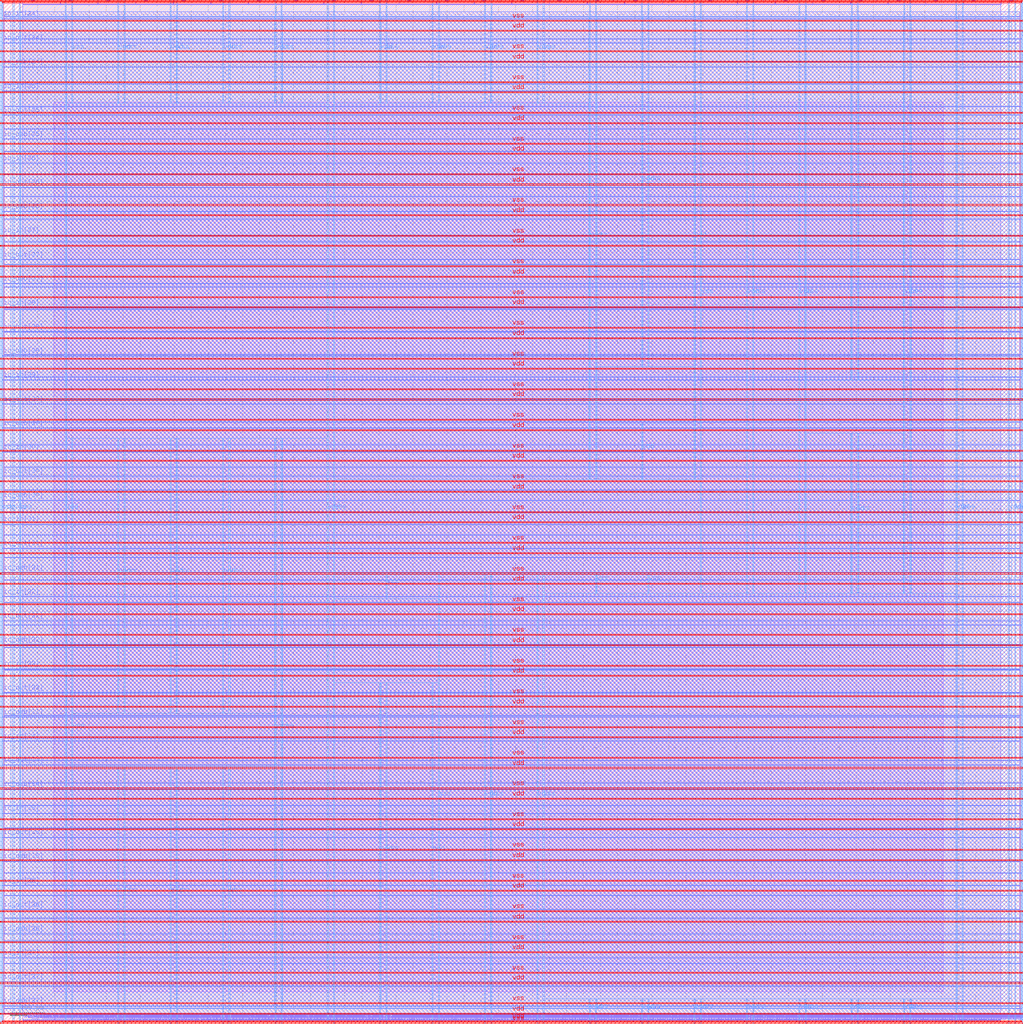
<source format=lef>
VERSION 5.7 ;
  NOWIREEXTENSIONATPIN ON ;
  DIVIDERCHAR "/" ;
  BUSBITCHARS "[]" ;
MACRO user_project_wrapper
  CLASS BLOCK ;
  FOREIGN user_project_wrapper ;
  ORIGIN 0.000 0.000 ;
  SIZE 2980.200 BY 2980.200 ;
  PIN io_in[0]
    DIRECTION INPUT ;
    USE SIGNAL ;
    PORT
      LAYER Metal3 ;
        RECT 2977.800 35.560 2985.000 36.680 ;
    END
  END io_in[0]
  PIN io_in[10]
    DIRECTION INPUT ;
    USE SIGNAL ;
    PORT
      LAYER Metal3 ;
        RECT 2977.800 2017.960 2985.000 2019.080 ;
    END
  END io_in[10]
  PIN io_in[11]
    DIRECTION INPUT ;
    USE SIGNAL ;
    PORT
      LAYER Metal3 ;
        RECT 2977.800 2216.200 2985.000 2217.320 ;
    END
  END io_in[11]
  PIN io_in[12]
    DIRECTION INPUT ;
    USE SIGNAL ;
    PORT
      LAYER Metal3 ;
        RECT 2977.800 2414.440 2985.000 2415.560 ;
    END
  END io_in[12]
  PIN io_in[13]
    DIRECTION INPUT ;
    USE SIGNAL ;
    PORT
      LAYER Metal3 ;
        RECT 2977.800 2612.680 2985.000 2613.800 ;
    END
  END io_in[13]
  PIN io_in[14]
    DIRECTION INPUT ;
    USE SIGNAL ;
    PORT
      LAYER Metal3 ;
        RECT 2977.800 2810.920 2985.000 2812.040 ;
    END
  END io_in[14]
  PIN io_in[15]
    DIRECTION INPUT ;
    USE SIGNAL ;
    PORT
      LAYER Metal2 ;
        RECT 2923.480 2977.800 2924.600 2985.000 ;
    END
  END io_in[15]
  PIN io_in[16]
    DIRECTION INPUT ;
    USE SIGNAL ;
    PORT
      LAYER Metal2 ;
        RECT 2592.520 2977.800 2593.640 2985.000 ;
    END
  END io_in[16]
  PIN io_in[17]
    DIRECTION INPUT ;
    USE SIGNAL ;
    PORT
      LAYER Metal2 ;
        RECT 2261.560 2977.800 2262.680 2985.000 ;
    END
  END io_in[17]
  PIN io_in[18]
    DIRECTION INPUT ;
    USE SIGNAL ;
    PORT
      LAYER Metal2 ;
        RECT 1930.600 2977.800 1931.720 2985.000 ;
    END
  END io_in[18]
  PIN io_in[19]
    DIRECTION INPUT ;
    USE SIGNAL ;
    PORT
      LAYER Metal2 ;
        RECT 1599.640 2977.800 1600.760 2985.000 ;
    END
  END io_in[19]
  PIN io_in[1]
    DIRECTION INPUT ;
    USE SIGNAL ;
    PORT
      LAYER Metal3 ;
        RECT 2977.800 233.800 2985.000 234.920 ;
    END
  END io_in[1]
  PIN io_in[20]
    DIRECTION INPUT ;
    USE SIGNAL ;
    PORT
      LAYER Metal2 ;
        RECT 1268.680 2977.800 1269.800 2985.000 ;
    END
  END io_in[20]
  PIN io_in[21]
    DIRECTION INPUT ;
    USE SIGNAL ;
    PORT
      LAYER Metal2 ;
        RECT 937.720 2977.800 938.840 2985.000 ;
    END
  END io_in[21]
  PIN io_in[22]
    DIRECTION INPUT ;
    USE SIGNAL ;
    PORT
      LAYER Metal2 ;
        RECT 606.760 2977.800 607.880 2985.000 ;
    END
  END io_in[22]
  PIN io_in[23]
    DIRECTION INPUT ;
    USE SIGNAL ;
    PORT
      LAYER Metal2 ;
        RECT 275.800 2977.800 276.920 2985.000 ;
    END
  END io_in[23]
  PIN io_in[24]
    DIRECTION INPUT ;
    USE SIGNAL ;
    PORT
      LAYER Metal3 ;
        RECT -4.800 2935.800 2.400 2936.920 ;
    END
  END io_in[24]
  PIN io_in[25]
    DIRECTION INPUT ;
    USE SIGNAL ;
    PORT
      LAYER Metal3 ;
        RECT -4.800 2724.120 2.400 2725.240 ;
    END
  END io_in[25]
  PIN io_in[26]
    DIRECTION INPUT ;
    USE SIGNAL ;
    PORT
      LAYER Metal3 ;
        RECT -4.800 2512.440 2.400 2513.560 ;
    END
  END io_in[26]
  PIN io_in[27]
    DIRECTION INPUT ;
    USE SIGNAL ;
    PORT
      LAYER Metal3 ;
        RECT -4.800 2300.760 2.400 2301.880 ;
    END
  END io_in[27]
  PIN io_in[28]
    DIRECTION INPUT ;
    USE SIGNAL ;
    PORT
      LAYER Metal3 ;
        RECT -4.800 2089.080 2.400 2090.200 ;
    END
  END io_in[28]
  PIN io_in[29]
    DIRECTION INPUT ;
    USE SIGNAL ;
    PORT
      LAYER Metal3 ;
        RECT -4.800 1877.400 2.400 1878.520 ;
    END
  END io_in[29]
  PIN io_in[2]
    DIRECTION INPUT ;
    USE SIGNAL ;
    PORT
      LAYER Metal3 ;
        RECT 2977.800 432.040 2985.000 433.160 ;
    END
  END io_in[2]
  PIN io_in[30]
    DIRECTION INPUT ;
    USE SIGNAL ;
    PORT
      LAYER Metal3 ;
        RECT -4.800 1665.720 2.400 1666.840 ;
    END
  END io_in[30]
  PIN io_in[31]
    DIRECTION INPUT ;
    USE SIGNAL ;
    PORT
      LAYER Metal3 ;
        RECT -4.800 1454.040 2.400 1455.160 ;
    END
  END io_in[31]
  PIN io_in[32]
    DIRECTION INPUT ;
    USE SIGNAL ;
    PORT
      LAYER Metal3 ;
        RECT -4.800 1242.360 2.400 1243.480 ;
    END
  END io_in[32]
  PIN io_in[33]
    DIRECTION INPUT ;
    USE SIGNAL ;
    PORT
      LAYER Metal3 ;
        RECT -4.800 1030.680 2.400 1031.800 ;
    END
  END io_in[33]
  PIN io_in[34]
    DIRECTION INPUT ;
    USE SIGNAL ;
    PORT
      LAYER Metal3 ;
        RECT -4.800 819.000 2.400 820.120 ;
    END
  END io_in[34]
  PIN io_in[35]
    DIRECTION INPUT ;
    USE SIGNAL ;
    PORT
      LAYER Metal3 ;
        RECT -4.800 607.320 2.400 608.440 ;
    END
  END io_in[35]
  PIN io_in[36]
    DIRECTION INPUT ;
    USE SIGNAL ;
    PORT
      LAYER Metal3 ;
        RECT -4.800 395.640 2.400 396.760 ;
    END
  END io_in[36]
  PIN io_in[37]
    DIRECTION INPUT ;
    USE SIGNAL ;
    PORT
      LAYER Metal3 ;
        RECT -4.800 183.960 2.400 185.080 ;
    END
  END io_in[37]
  PIN io_in[3]
    DIRECTION INPUT ;
    USE SIGNAL ;
    PORT
      LAYER Metal3 ;
        RECT 2977.800 630.280 2985.000 631.400 ;
    END
  END io_in[3]
  PIN io_in[4]
    DIRECTION INPUT ;
    USE SIGNAL ;
    PORT
      LAYER Metal3 ;
        RECT 2977.800 828.520 2985.000 829.640 ;
    END
  END io_in[4]
  PIN io_in[5]
    DIRECTION INPUT ;
    USE SIGNAL ;
    PORT
      LAYER Metal3 ;
        RECT 2977.800 1026.760 2985.000 1027.880 ;
    END
  END io_in[5]
  PIN io_in[6]
    DIRECTION INPUT ;
    USE SIGNAL ;
    PORT
      LAYER Metal3 ;
        RECT 2977.800 1225.000 2985.000 1226.120 ;
    END
  END io_in[6]
  PIN io_in[7]
    DIRECTION INPUT ;
    USE SIGNAL ;
    PORT
      LAYER Metal3 ;
        RECT 2977.800 1423.240 2985.000 1424.360 ;
    END
  END io_in[7]
  PIN io_in[8]
    DIRECTION INPUT ;
    USE SIGNAL ;
    PORT
      LAYER Metal3 ;
        RECT 2977.800 1621.480 2985.000 1622.600 ;
    END
  END io_in[8]
  PIN io_in[9]
    DIRECTION INPUT ;
    USE SIGNAL ;
    PORT
      LAYER Metal3 ;
        RECT 2977.800 1819.720 2985.000 1820.840 ;
    END
  END io_in[9]
  PIN io_oeb[0]
    DIRECTION OUTPUT TRISTATE ;
    USE SIGNAL ;
    PORT
      LAYER Metal3 ;
        RECT 2977.800 167.720 2985.000 168.840 ;
    END
  END io_oeb[0]
  PIN io_oeb[10]
    DIRECTION OUTPUT TRISTATE ;
    USE SIGNAL ;
    PORT
      LAYER Metal3 ;
        RECT 2977.800 2150.120 2985.000 2151.240 ;
    END
  END io_oeb[10]
  PIN io_oeb[11]
    DIRECTION OUTPUT TRISTATE ;
    USE SIGNAL ;
    PORT
      LAYER Metal3 ;
        RECT 2977.800 2348.360 2985.000 2349.480 ;
    END
  END io_oeb[11]
  PIN io_oeb[12]
    DIRECTION OUTPUT TRISTATE ;
    USE SIGNAL ;
    PORT
      LAYER Metal3 ;
        RECT 2977.800 2546.600 2985.000 2547.720 ;
    END
  END io_oeb[12]
  PIN io_oeb[13]
    DIRECTION OUTPUT TRISTATE ;
    USE SIGNAL ;
    PORT
      LAYER Metal3 ;
        RECT 2977.800 2744.840 2985.000 2745.960 ;
    END
  END io_oeb[13]
  PIN io_oeb[14]
    DIRECTION OUTPUT TRISTATE ;
    USE SIGNAL ;
    PORT
      LAYER Metal3 ;
        RECT 2977.800 2943.080 2985.000 2944.200 ;
    END
  END io_oeb[14]
  PIN io_oeb[15]
    DIRECTION OUTPUT TRISTATE ;
    USE SIGNAL ;
    PORT
      LAYER Metal2 ;
        RECT 2702.840 2977.800 2703.960 2985.000 ;
    END
  END io_oeb[15]
  PIN io_oeb[16]
    DIRECTION OUTPUT TRISTATE ;
    USE SIGNAL ;
    PORT
      LAYER Metal2 ;
        RECT 2371.880 2977.800 2373.000 2985.000 ;
    END
  END io_oeb[16]
  PIN io_oeb[17]
    DIRECTION OUTPUT TRISTATE ;
    USE SIGNAL ;
    PORT
      LAYER Metal2 ;
        RECT 2040.920 2977.800 2042.040 2985.000 ;
    END
  END io_oeb[17]
  PIN io_oeb[18]
    DIRECTION OUTPUT TRISTATE ;
    USE SIGNAL ;
    PORT
      LAYER Metal2 ;
        RECT 1709.960 2977.800 1711.080 2985.000 ;
    END
  END io_oeb[18]
  PIN io_oeb[19]
    DIRECTION OUTPUT TRISTATE ;
    USE SIGNAL ;
    PORT
      LAYER Metal2 ;
        RECT 1379.000 2977.800 1380.120 2985.000 ;
    END
  END io_oeb[19]
  PIN io_oeb[1]
    DIRECTION OUTPUT TRISTATE ;
    USE SIGNAL ;
    PORT
      LAYER Metal3 ;
        RECT 2977.800 365.960 2985.000 367.080 ;
    END
  END io_oeb[1]
  PIN io_oeb[20]
    DIRECTION OUTPUT TRISTATE ;
    USE SIGNAL ;
    PORT
      LAYER Metal2 ;
        RECT 1048.040 2977.800 1049.160 2985.000 ;
    END
  END io_oeb[20]
  PIN io_oeb[21]
    DIRECTION OUTPUT TRISTATE ;
    USE SIGNAL ;
    PORT
      LAYER Metal2 ;
        RECT 717.080 2977.800 718.200 2985.000 ;
    END
  END io_oeb[21]
  PIN io_oeb[22]
    DIRECTION OUTPUT TRISTATE ;
    USE SIGNAL ;
    PORT
      LAYER Metal2 ;
        RECT 386.120 2977.800 387.240 2985.000 ;
    END
  END io_oeb[22]
  PIN io_oeb[23]
    DIRECTION OUTPUT TRISTATE ;
    USE SIGNAL ;
    PORT
      LAYER Metal2 ;
        RECT 55.160 2977.800 56.280 2985.000 ;
    END
  END io_oeb[23]
  PIN io_oeb[24]
    DIRECTION OUTPUT TRISTATE ;
    USE SIGNAL ;
    PORT
      LAYER Metal3 ;
        RECT -4.800 2794.680 2.400 2795.800 ;
    END
  END io_oeb[24]
  PIN io_oeb[25]
    DIRECTION OUTPUT TRISTATE ;
    USE SIGNAL ;
    PORT
      LAYER Metal3 ;
        RECT -4.800 2583.000 2.400 2584.120 ;
    END
  END io_oeb[25]
  PIN io_oeb[26]
    DIRECTION OUTPUT TRISTATE ;
    USE SIGNAL ;
    PORT
      LAYER Metal3 ;
        RECT -4.800 2371.320 2.400 2372.440 ;
    END
  END io_oeb[26]
  PIN io_oeb[27]
    DIRECTION OUTPUT TRISTATE ;
    USE SIGNAL ;
    PORT
      LAYER Metal3 ;
        RECT -4.800 2159.640 2.400 2160.760 ;
    END
  END io_oeb[27]
  PIN io_oeb[28]
    DIRECTION OUTPUT TRISTATE ;
    USE SIGNAL ;
    PORT
      LAYER Metal3 ;
        RECT -4.800 1947.960 2.400 1949.080 ;
    END
  END io_oeb[28]
  PIN io_oeb[29]
    DIRECTION OUTPUT TRISTATE ;
    USE SIGNAL ;
    PORT
      LAYER Metal3 ;
        RECT -4.800 1736.280 2.400 1737.400 ;
    END
  END io_oeb[29]
  PIN io_oeb[2]
    DIRECTION OUTPUT TRISTATE ;
    USE SIGNAL ;
    PORT
      LAYER Metal3 ;
        RECT 2977.800 564.200 2985.000 565.320 ;
    END
  END io_oeb[2]
  PIN io_oeb[30]
    DIRECTION OUTPUT TRISTATE ;
    USE SIGNAL ;
    PORT
      LAYER Metal3 ;
        RECT -4.800 1524.600 2.400 1525.720 ;
    END
  END io_oeb[30]
  PIN io_oeb[31]
    DIRECTION OUTPUT TRISTATE ;
    USE SIGNAL ;
    PORT
      LAYER Metal3 ;
        RECT -4.800 1312.920 2.400 1314.040 ;
    END
  END io_oeb[31]
  PIN io_oeb[32]
    DIRECTION OUTPUT TRISTATE ;
    USE SIGNAL ;
    PORT
      LAYER Metal3 ;
        RECT -4.800 1101.240 2.400 1102.360 ;
    END
  END io_oeb[32]
  PIN io_oeb[33]
    DIRECTION OUTPUT TRISTATE ;
    USE SIGNAL ;
    PORT
      LAYER Metal3 ;
        RECT -4.800 889.560 2.400 890.680 ;
    END
  END io_oeb[33]
  PIN io_oeb[34]
    DIRECTION OUTPUT TRISTATE ;
    USE SIGNAL ;
    PORT
      LAYER Metal3 ;
        RECT -4.800 677.880 2.400 679.000 ;
    END
  END io_oeb[34]
  PIN io_oeb[35]
    DIRECTION OUTPUT TRISTATE ;
    USE SIGNAL ;
    PORT
      LAYER Metal3 ;
        RECT -4.800 466.200 2.400 467.320 ;
    END
  END io_oeb[35]
  PIN io_oeb[36]
    DIRECTION OUTPUT TRISTATE ;
    USE SIGNAL ;
    PORT
      LAYER Metal3 ;
        RECT -4.800 254.520 2.400 255.640 ;
    END
  END io_oeb[36]
  PIN io_oeb[37]
    DIRECTION OUTPUT TRISTATE ;
    USE SIGNAL ;
    PORT
      LAYER Metal3 ;
        RECT -4.800 42.840 2.400 43.960 ;
    END
  END io_oeb[37]
  PIN io_oeb[3]
    DIRECTION OUTPUT TRISTATE ;
    USE SIGNAL ;
    PORT
      LAYER Metal3 ;
        RECT 2977.800 762.440 2985.000 763.560 ;
    END
  END io_oeb[3]
  PIN io_oeb[4]
    DIRECTION OUTPUT TRISTATE ;
    USE SIGNAL ;
    PORT
      LAYER Metal3 ;
        RECT 2977.800 960.680 2985.000 961.800 ;
    END
  END io_oeb[4]
  PIN io_oeb[5]
    DIRECTION OUTPUT TRISTATE ;
    USE SIGNAL ;
    PORT
      LAYER Metal3 ;
        RECT 2977.800 1158.920 2985.000 1160.040 ;
    END
  END io_oeb[5]
  PIN io_oeb[6]
    DIRECTION OUTPUT TRISTATE ;
    USE SIGNAL ;
    PORT
      LAYER Metal3 ;
        RECT 2977.800 1357.160 2985.000 1358.280 ;
    END
  END io_oeb[6]
  PIN io_oeb[7]
    DIRECTION OUTPUT TRISTATE ;
    USE SIGNAL ;
    PORT
      LAYER Metal3 ;
        RECT 2977.800 1555.400 2985.000 1556.520 ;
    END
  END io_oeb[7]
  PIN io_oeb[8]
    DIRECTION OUTPUT TRISTATE ;
    USE SIGNAL ;
    PORT
      LAYER Metal3 ;
        RECT 2977.800 1753.640 2985.000 1754.760 ;
    END
  END io_oeb[8]
  PIN io_oeb[9]
    DIRECTION OUTPUT TRISTATE ;
    USE SIGNAL ;
    PORT
      LAYER Metal3 ;
        RECT 2977.800 1951.880 2985.000 1953.000 ;
    END
  END io_oeb[9]
  PIN io_out[0]
    DIRECTION OUTPUT TRISTATE ;
    USE SIGNAL ;
    PORT
      LAYER Metal3 ;
        RECT 2977.800 101.640 2985.000 102.760 ;
    END
  END io_out[0]
  PIN io_out[10]
    DIRECTION OUTPUT TRISTATE ;
    USE SIGNAL ;
    PORT
      LAYER Metal3 ;
        RECT 2977.800 2084.040 2985.000 2085.160 ;
    END
  END io_out[10]
  PIN io_out[11]
    DIRECTION OUTPUT TRISTATE ;
    USE SIGNAL ;
    PORT
      LAYER Metal3 ;
        RECT 2977.800 2282.280 2985.000 2283.400 ;
    END
  END io_out[11]
  PIN io_out[12]
    DIRECTION OUTPUT TRISTATE ;
    USE SIGNAL ;
    PORT
      LAYER Metal3 ;
        RECT 2977.800 2480.520 2985.000 2481.640 ;
    END
  END io_out[12]
  PIN io_out[13]
    DIRECTION OUTPUT TRISTATE ;
    USE SIGNAL ;
    PORT
      LAYER Metal3 ;
        RECT 2977.800 2678.760 2985.000 2679.880 ;
    END
  END io_out[13]
  PIN io_out[14]
    DIRECTION OUTPUT TRISTATE ;
    USE SIGNAL ;
    PORT
      LAYER Metal3 ;
        RECT 2977.800 2877.000 2985.000 2878.120 ;
    END
  END io_out[14]
  PIN io_out[15]
    DIRECTION OUTPUT TRISTATE ;
    USE SIGNAL ;
    PORT
      LAYER Metal2 ;
        RECT 2813.160 2977.800 2814.280 2985.000 ;
    END
  END io_out[15]
  PIN io_out[16]
    DIRECTION OUTPUT TRISTATE ;
    USE SIGNAL ;
    PORT
      LAYER Metal2 ;
        RECT 2482.200 2977.800 2483.320 2985.000 ;
    END
  END io_out[16]
  PIN io_out[17]
    DIRECTION OUTPUT TRISTATE ;
    USE SIGNAL ;
    PORT
      LAYER Metal2 ;
        RECT 2151.240 2977.800 2152.360 2985.000 ;
    END
  END io_out[17]
  PIN io_out[18]
    DIRECTION OUTPUT TRISTATE ;
    USE SIGNAL ;
    PORT
      LAYER Metal2 ;
        RECT 1820.280 2977.800 1821.400 2985.000 ;
    END
  END io_out[18]
  PIN io_out[19]
    DIRECTION OUTPUT TRISTATE ;
    USE SIGNAL ;
    PORT
      LAYER Metal2 ;
        RECT 1489.320 2977.800 1490.440 2985.000 ;
    END
  END io_out[19]
  PIN io_out[1]
    DIRECTION OUTPUT TRISTATE ;
    USE SIGNAL ;
    PORT
      LAYER Metal3 ;
        RECT 2977.800 299.880 2985.000 301.000 ;
    END
  END io_out[1]
  PIN io_out[20]
    DIRECTION OUTPUT TRISTATE ;
    USE SIGNAL ;
    PORT
      LAYER Metal2 ;
        RECT 1158.360 2977.800 1159.480 2985.000 ;
    END
  END io_out[20]
  PIN io_out[21]
    DIRECTION OUTPUT TRISTATE ;
    USE SIGNAL ;
    PORT
      LAYER Metal2 ;
        RECT 827.400 2977.800 828.520 2985.000 ;
    END
  END io_out[21]
  PIN io_out[22]
    DIRECTION OUTPUT TRISTATE ;
    USE SIGNAL ;
    PORT
      LAYER Metal2 ;
        RECT 496.440 2977.800 497.560 2985.000 ;
    END
  END io_out[22]
  PIN io_out[23]
    DIRECTION OUTPUT TRISTATE ;
    USE SIGNAL ;
    PORT
      LAYER Metal2 ;
        RECT 165.480 2977.800 166.600 2985.000 ;
    END
  END io_out[23]
  PIN io_out[24]
    DIRECTION OUTPUT TRISTATE ;
    USE SIGNAL ;
    PORT
      LAYER Metal3 ;
        RECT -4.800 2865.240 2.400 2866.360 ;
    END
  END io_out[24]
  PIN io_out[25]
    DIRECTION OUTPUT TRISTATE ;
    USE SIGNAL ;
    PORT
      LAYER Metal3 ;
        RECT -4.800 2653.560 2.400 2654.680 ;
    END
  END io_out[25]
  PIN io_out[26]
    DIRECTION OUTPUT TRISTATE ;
    USE SIGNAL ;
    PORT
      LAYER Metal3 ;
        RECT -4.800 2441.880 2.400 2443.000 ;
    END
  END io_out[26]
  PIN io_out[27]
    DIRECTION OUTPUT TRISTATE ;
    USE SIGNAL ;
    PORT
      LAYER Metal3 ;
        RECT -4.800 2230.200 2.400 2231.320 ;
    END
  END io_out[27]
  PIN io_out[28]
    DIRECTION OUTPUT TRISTATE ;
    USE SIGNAL ;
    PORT
      LAYER Metal3 ;
        RECT -4.800 2018.520 2.400 2019.640 ;
    END
  END io_out[28]
  PIN io_out[29]
    DIRECTION OUTPUT TRISTATE ;
    USE SIGNAL ;
    PORT
      LAYER Metal3 ;
        RECT -4.800 1806.840 2.400 1807.960 ;
    END
  END io_out[29]
  PIN io_out[2]
    DIRECTION OUTPUT TRISTATE ;
    USE SIGNAL ;
    PORT
      LAYER Metal3 ;
        RECT 2977.800 498.120 2985.000 499.240 ;
    END
  END io_out[2]
  PIN io_out[30]
    DIRECTION OUTPUT TRISTATE ;
    USE SIGNAL ;
    PORT
      LAYER Metal3 ;
        RECT -4.800 1595.160 2.400 1596.280 ;
    END
  END io_out[30]
  PIN io_out[31]
    DIRECTION OUTPUT TRISTATE ;
    USE SIGNAL ;
    PORT
      LAYER Metal3 ;
        RECT -4.800 1383.480 2.400 1384.600 ;
    END
  END io_out[31]
  PIN io_out[32]
    DIRECTION OUTPUT TRISTATE ;
    USE SIGNAL ;
    PORT
      LAYER Metal3 ;
        RECT -4.800 1171.800 2.400 1172.920 ;
    END
  END io_out[32]
  PIN io_out[33]
    DIRECTION OUTPUT TRISTATE ;
    USE SIGNAL ;
    PORT
      LAYER Metal3 ;
        RECT -4.800 960.120 2.400 961.240 ;
    END
  END io_out[33]
  PIN io_out[34]
    DIRECTION OUTPUT TRISTATE ;
    USE SIGNAL ;
    PORT
      LAYER Metal3 ;
        RECT -4.800 748.440 2.400 749.560 ;
    END
  END io_out[34]
  PIN io_out[35]
    DIRECTION OUTPUT TRISTATE ;
    USE SIGNAL ;
    PORT
      LAYER Metal3 ;
        RECT -4.800 536.760 2.400 537.880 ;
    END
  END io_out[35]
  PIN io_out[36]
    DIRECTION OUTPUT TRISTATE ;
    USE SIGNAL ;
    PORT
      LAYER Metal3 ;
        RECT -4.800 325.080 2.400 326.200 ;
    END
  END io_out[36]
  PIN io_out[37]
    DIRECTION OUTPUT TRISTATE ;
    USE SIGNAL ;
    PORT
      LAYER Metal3 ;
        RECT -4.800 113.400 2.400 114.520 ;
    END
  END io_out[37]
  PIN io_out[3]
    DIRECTION OUTPUT TRISTATE ;
    USE SIGNAL ;
    PORT
      LAYER Metal3 ;
        RECT 2977.800 696.360 2985.000 697.480 ;
    END
  END io_out[3]
  PIN io_out[4]
    DIRECTION OUTPUT TRISTATE ;
    USE SIGNAL ;
    PORT
      LAYER Metal3 ;
        RECT 2977.800 894.600 2985.000 895.720 ;
    END
  END io_out[4]
  PIN io_out[5]
    DIRECTION OUTPUT TRISTATE ;
    USE SIGNAL ;
    PORT
      LAYER Metal3 ;
        RECT 2977.800 1092.840 2985.000 1093.960 ;
    END
  END io_out[5]
  PIN io_out[6]
    DIRECTION OUTPUT TRISTATE ;
    USE SIGNAL ;
    PORT
      LAYER Metal3 ;
        RECT 2977.800 1291.080 2985.000 1292.200 ;
    END
  END io_out[6]
  PIN io_out[7]
    DIRECTION OUTPUT TRISTATE ;
    USE SIGNAL ;
    PORT
      LAYER Metal3 ;
        RECT 2977.800 1489.320 2985.000 1490.440 ;
    END
  END io_out[7]
  PIN io_out[8]
    DIRECTION OUTPUT TRISTATE ;
    USE SIGNAL ;
    PORT
      LAYER Metal3 ;
        RECT 2977.800 1687.560 2985.000 1688.680 ;
    END
  END io_out[8]
  PIN io_out[9]
    DIRECTION OUTPUT TRISTATE ;
    USE SIGNAL ;
    PORT
      LAYER Metal3 ;
        RECT 2977.800 1885.800 2985.000 1886.920 ;
    END
  END io_out[9]
  PIN la_data_in[0]
    DIRECTION INPUT ;
    USE SIGNAL ;
    PORT
      LAYER Metal2 ;
        RECT 1065.960 -4.800 1067.080 2.400 ;
    END
  END la_data_in[0]
  PIN la_data_in[10]
    DIRECTION INPUT ;
    USE SIGNAL ;
    PORT
      LAYER Metal2 ;
        RECT 1351.560 -4.800 1352.680 2.400 ;
    END
  END la_data_in[10]
  PIN la_data_in[11]
    DIRECTION INPUT ;
    USE SIGNAL ;
    PORT
      LAYER Metal2 ;
        RECT 1380.120 -4.800 1381.240 2.400 ;
    END
  END la_data_in[11]
  PIN la_data_in[12]
    DIRECTION INPUT ;
    USE SIGNAL ;
    PORT
      LAYER Metal2 ;
        RECT 1408.680 -4.800 1409.800 2.400 ;
    END
  END la_data_in[12]
  PIN la_data_in[13]
    DIRECTION INPUT ;
    USE SIGNAL ;
    PORT
      LAYER Metal2 ;
        RECT 1437.240 -4.800 1438.360 2.400 ;
    END
  END la_data_in[13]
  PIN la_data_in[14]
    DIRECTION INPUT ;
    USE SIGNAL ;
    PORT
      LAYER Metal2 ;
        RECT 1465.800 -4.800 1466.920 2.400 ;
    END
  END la_data_in[14]
  PIN la_data_in[15]
    DIRECTION INPUT ;
    USE SIGNAL ;
    PORT
      LAYER Metal2 ;
        RECT 1494.360 -4.800 1495.480 2.400 ;
    END
  END la_data_in[15]
  PIN la_data_in[16]
    DIRECTION INPUT ;
    USE SIGNAL ;
    PORT
      LAYER Metal2 ;
        RECT 1522.920 -4.800 1524.040 2.400 ;
    END
  END la_data_in[16]
  PIN la_data_in[17]
    DIRECTION INPUT ;
    USE SIGNAL ;
    PORT
      LAYER Metal2 ;
        RECT 1551.480 -4.800 1552.600 2.400 ;
    END
  END la_data_in[17]
  PIN la_data_in[18]
    DIRECTION INPUT ;
    USE SIGNAL ;
    PORT
      LAYER Metal2 ;
        RECT 1580.040 -4.800 1581.160 2.400 ;
    END
  END la_data_in[18]
  PIN la_data_in[19]
    DIRECTION INPUT ;
    USE SIGNAL ;
    PORT
      LAYER Metal2 ;
        RECT 1608.600 -4.800 1609.720 2.400 ;
    END
  END la_data_in[19]
  PIN la_data_in[1]
    DIRECTION INPUT ;
    USE SIGNAL ;
    PORT
      LAYER Metal2 ;
        RECT 1094.520 -4.800 1095.640 2.400 ;
    END
  END la_data_in[1]
  PIN la_data_in[20]
    DIRECTION INPUT ;
    USE SIGNAL ;
    PORT
      LAYER Metal2 ;
        RECT 1637.160 -4.800 1638.280 2.400 ;
    END
  END la_data_in[20]
  PIN la_data_in[21]
    DIRECTION INPUT ;
    USE SIGNAL ;
    PORT
      LAYER Metal2 ;
        RECT 1665.720 -4.800 1666.840 2.400 ;
    END
  END la_data_in[21]
  PIN la_data_in[22]
    DIRECTION INPUT ;
    USE SIGNAL ;
    PORT
      LAYER Metal2 ;
        RECT 1694.280 -4.800 1695.400 2.400 ;
    END
  END la_data_in[22]
  PIN la_data_in[23]
    DIRECTION INPUT ;
    USE SIGNAL ;
    PORT
      LAYER Metal2 ;
        RECT 1722.840 -4.800 1723.960 2.400 ;
    END
  END la_data_in[23]
  PIN la_data_in[24]
    DIRECTION INPUT ;
    USE SIGNAL ;
    PORT
      LAYER Metal2 ;
        RECT 1751.400 -4.800 1752.520 2.400 ;
    END
  END la_data_in[24]
  PIN la_data_in[25]
    DIRECTION INPUT ;
    USE SIGNAL ;
    PORT
      LAYER Metal2 ;
        RECT 1779.960 -4.800 1781.080 2.400 ;
    END
  END la_data_in[25]
  PIN la_data_in[26]
    DIRECTION INPUT ;
    USE SIGNAL ;
    PORT
      LAYER Metal2 ;
        RECT 1808.520 -4.800 1809.640 2.400 ;
    END
  END la_data_in[26]
  PIN la_data_in[27]
    DIRECTION INPUT ;
    USE SIGNAL ;
    PORT
      LAYER Metal2 ;
        RECT 1837.080 -4.800 1838.200 2.400 ;
    END
  END la_data_in[27]
  PIN la_data_in[28]
    DIRECTION INPUT ;
    USE SIGNAL ;
    PORT
      LAYER Metal2 ;
        RECT 1865.640 -4.800 1866.760 2.400 ;
    END
  END la_data_in[28]
  PIN la_data_in[29]
    DIRECTION INPUT ;
    USE SIGNAL ;
    PORT
      LAYER Metal2 ;
        RECT 1894.200 -4.800 1895.320 2.400 ;
    END
  END la_data_in[29]
  PIN la_data_in[2]
    DIRECTION INPUT ;
    USE SIGNAL ;
    PORT
      LAYER Metal2 ;
        RECT 1123.080 -4.800 1124.200 2.400 ;
    END
  END la_data_in[2]
  PIN la_data_in[30]
    DIRECTION INPUT ;
    USE SIGNAL ;
    PORT
      LAYER Metal2 ;
        RECT 1922.760 -4.800 1923.880 2.400 ;
    END
  END la_data_in[30]
  PIN la_data_in[31]
    DIRECTION INPUT ;
    USE SIGNAL ;
    PORT
      LAYER Metal2 ;
        RECT 1951.320 -4.800 1952.440 2.400 ;
    END
  END la_data_in[31]
  PIN la_data_in[32]
    DIRECTION INPUT ;
    USE SIGNAL ;
    PORT
      LAYER Metal2 ;
        RECT 1979.880 -4.800 1981.000 2.400 ;
    END
  END la_data_in[32]
  PIN la_data_in[33]
    DIRECTION INPUT ;
    USE SIGNAL ;
    PORT
      LAYER Metal2 ;
        RECT 2008.440 -4.800 2009.560 2.400 ;
    END
  END la_data_in[33]
  PIN la_data_in[34]
    DIRECTION INPUT ;
    USE SIGNAL ;
    PORT
      LAYER Metal2 ;
        RECT 2037.000 -4.800 2038.120 2.400 ;
    END
  END la_data_in[34]
  PIN la_data_in[35]
    DIRECTION INPUT ;
    USE SIGNAL ;
    PORT
      LAYER Metal2 ;
        RECT 2065.560 -4.800 2066.680 2.400 ;
    END
  END la_data_in[35]
  PIN la_data_in[36]
    DIRECTION INPUT ;
    USE SIGNAL ;
    PORT
      LAYER Metal2 ;
        RECT 2094.120 -4.800 2095.240 2.400 ;
    END
  END la_data_in[36]
  PIN la_data_in[37]
    DIRECTION INPUT ;
    USE SIGNAL ;
    PORT
      LAYER Metal2 ;
        RECT 2122.680 -4.800 2123.800 2.400 ;
    END
  END la_data_in[37]
  PIN la_data_in[38]
    DIRECTION INPUT ;
    USE SIGNAL ;
    PORT
      LAYER Metal2 ;
        RECT 2151.240 -4.800 2152.360 2.400 ;
    END
  END la_data_in[38]
  PIN la_data_in[39]
    DIRECTION INPUT ;
    USE SIGNAL ;
    PORT
      LAYER Metal2 ;
        RECT 2179.800 -4.800 2180.920 2.400 ;
    END
  END la_data_in[39]
  PIN la_data_in[3]
    DIRECTION INPUT ;
    USE SIGNAL ;
    PORT
      LAYER Metal2 ;
        RECT 1151.640 -4.800 1152.760 2.400 ;
    END
  END la_data_in[3]
  PIN la_data_in[40]
    DIRECTION INPUT ;
    USE SIGNAL ;
    PORT
      LAYER Metal2 ;
        RECT 2208.360 -4.800 2209.480 2.400 ;
    END
  END la_data_in[40]
  PIN la_data_in[41]
    DIRECTION INPUT ;
    USE SIGNAL ;
    PORT
      LAYER Metal2 ;
        RECT 2236.920 -4.800 2238.040 2.400 ;
    END
  END la_data_in[41]
  PIN la_data_in[42]
    DIRECTION INPUT ;
    USE SIGNAL ;
    PORT
      LAYER Metal2 ;
        RECT 2265.480 -4.800 2266.600 2.400 ;
    END
  END la_data_in[42]
  PIN la_data_in[43]
    DIRECTION INPUT ;
    USE SIGNAL ;
    PORT
      LAYER Metal2 ;
        RECT 2294.040 -4.800 2295.160 2.400 ;
    END
  END la_data_in[43]
  PIN la_data_in[44]
    DIRECTION INPUT ;
    USE SIGNAL ;
    PORT
      LAYER Metal2 ;
        RECT 2322.600 -4.800 2323.720 2.400 ;
    END
  END la_data_in[44]
  PIN la_data_in[45]
    DIRECTION INPUT ;
    USE SIGNAL ;
    PORT
      LAYER Metal2 ;
        RECT 2351.160 -4.800 2352.280 2.400 ;
    END
  END la_data_in[45]
  PIN la_data_in[46]
    DIRECTION INPUT ;
    USE SIGNAL ;
    PORT
      LAYER Metal2 ;
        RECT 2379.720 -4.800 2380.840 2.400 ;
    END
  END la_data_in[46]
  PIN la_data_in[47]
    DIRECTION INPUT ;
    USE SIGNAL ;
    PORT
      LAYER Metal2 ;
        RECT 2408.280 -4.800 2409.400 2.400 ;
    END
  END la_data_in[47]
  PIN la_data_in[48]
    DIRECTION INPUT ;
    USE SIGNAL ;
    PORT
      LAYER Metal2 ;
        RECT 2436.840 -4.800 2437.960 2.400 ;
    END
  END la_data_in[48]
  PIN la_data_in[49]
    DIRECTION INPUT ;
    USE SIGNAL ;
    PORT
      LAYER Metal2 ;
        RECT 2465.400 -4.800 2466.520 2.400 ;
    END
  END la_data_in[49]
  PIN la_data_in[4]
    DIRECTION INPUT ;
    USE SIGNAL ;
    PORT
      LAYER Metal2 ;
        RECT 1180.200 -4.800 1181.320 2.400 ;
    END
  END la_data_in[4]
  PIN la_data_in[50]
    DIRECTION INPUT ;
    USE SIGNAL ;
    PORT
      LAYER Metal2 ;
        RECT 2493.960 -4.800 2495.080 2.400 ;
    END
  END la_data_in[50]
  PIN la_data_in[51]
    DIRECTION INPUT ;
    USE SIGNAL ;
    PORT
      LAYER Metal2 ;
        RECT 2522.520 -4.800 2523.640 2.400 ;
    END
  END la_data_in[51]
  PIN la_data_in[52]
    DIRECTION INPUT ;
    USE SIGNAL ;
    PORT
      LAYER Metal2 ;
        RECT 2551.080 -4.800 2552.200 2.400 ;
    END
  END la_data_in[52]
  PIN la_data_in[53]
    DIRECTION INPUT ;
    USE SIGNAL ;
    PORT
      LAYER Metal2 ;
        RECT 2579.640 -4.800 2580.760 2.400 ;
    END
  END la_data_in[53]
  PIN la_data_in[54]
    DIRECTION INPUT ;
    USE SIGNAL ;
    PORT
      LAYER Metal2 ;
        RECT 2608.200 -4.800 2609.320 2.400 ;
    END
  END la_data_in[54]
  PIN la_data_in[55]
    DIRECTION INPUT ;
    USE SIGNAL ;
    PORT
      LAYER Metal2 ;
        RECT 2636.760 -4.800 2637.880 2.400 ;
    END
  END la_data_in[55]
  PIN la_data_in[56]
    DIRECTION INPUT ;
    USE SIGNAL ;
    PORT
      LAYER Metal2 ;
        RECT 2665.320 -4.800 2666.440 2.400 ;
    END
  END la_data_in[56]
  PIN la_data_in[57]
    DIRECTION INPUT ;
    USE SIGNAL ;
    PORT
      LAYER Metal2 ;
        RECT 2693.880 -4.800 2695.000 2.400 ;
    END
  END la_data_in[57]
  PIN la_data_in[58]
    DIRECTION INPUT ;
    USE SIGNAL ;
    PORT
      LAYER Metal2 ;
        RECT 2722.440 -4.800 2723.560 2.400 ;
    END
  END la_data_in[58]
  PIN la_data_in[59]
    DIRECTION INPUT ;
    USE SIGNAL ;
    PORT
      LAYER Metal2 ;
        RECT 2751.000 -4.800 2752.120 2.400 ;
    END
  END la_data_in[59]
  PIN la_data_in[5]
    DIRECTION INPUT ;
    USE SIGNAL ;
    PORT
      LAYER Metal2 ;
        RECT 1208.760 -4.800 1209.880 2.400 ;
    END
  END la_data_in[5]
  PIN la_data_in[60]
    DIRECTION INPUT ;
    USE SIGNAL ;
    PORT
      LAYER Metal2 ;
        RECT 2779.560 -4.800 2780.680 2.400 ;
    END
  END la_data_in[60]
  PIN la_data_in[61]
    DIRECTION INPUT ;
    USE SIGNAL ;
    PORT
      LAYER Metal2 ;
        RECT 2808.120 -4.800 2809.240 2.400 ;
    END
  END la_data_in[61]
  PIN la_data_in[62]
    DIRECTION INPUT ;
    USE SIGNAL ;
    PORT
      LAYER Metal2 ;
        RECT 2836.680 -4.800 2837.800 2.400 ;
    END
  END la_data_in[62]
  PIN la_data_in[63]
    DIRECTION INPUT ;
    USE SIGNAL ;
    PORT
      LAYER Metal2 ;
        RECT 2865.240 -4.800 2866.360 2.400 ;
    END
  END la_data_in[63]
  PIN la_data_in[6]
    DIRECTION INPUT ;
    USE SIGNAL ;
    PORT
      LAYER Metal2 ;
        RECT 1237.320 -4.800 1238.440 2.400 ;
    END
  END la_data_in[6]
  PIN la_data_in[7]
    DIRECTION INPUT ;
    USE SIGNAL ;
    PORT
      LAYER Metal2 ;
        RECT 1265.880 -4.800 1267.000 2.400 ;
    END
  END la_data_in[7]
  PIN la_data_in[8]
    DIRECTION INPUT ;
    USE SIGNAL ;
    PORT
      LAYER Metal2 ;
        RECT 1294.440 -4.800 1295.560 2.400 ;
    END
  END la_data_in[8]
  PIN la_data_in[9]
    DIRECTION INPUT ;
    USE SIGNAL ;
    PORT
      LAYER Metal2 ;
        RECT 1323.000 -4.800 1324.120 2.400 ;
    END
  END la_data_in[9]
  PIN la_data_out[0]
    DIRECTION OUTPUT TRISTATE ;
    USE SIGNAL ;
    PORT
      LAYER Metal2 ;
        RECT 1075.480 -4.800 1076.600 2.400 ;
    END
  END la_data_out[0]
  PIN la_data_out[10]
    DIRECTION OUTPUT TRISTATE ;
    USE SIGNAL ;
    PORT
      LAYER Metal2 ;
        RECT 1361.080 -4.800 1362.200 2.400 ;
    END
  END la_data_out[10]
  PIN la_data_out[11]
    DIRECTION OUTPUT TRISTATE ;
    USE SIGNAL ;
    PORT
      LAYER Metal2 ;
        RECT 1389.640 -4.800 1390.760 2.400 ;
    END
  END la_data_out[11]
  PIN la_data_out[12]
    DIRECTION OUTPUT TRISTATE ;
    USE SIGNAL ;
    PORT
      LAYER Metal2 ;
        RECT 1418.200 -4.800 1419.320 2.400 ;
    END
  END la_data_out[12]
  PIN la_data_out[13]
    DIRECTION OUTPUT TRISTATE ;
    USE SIGNAL ;
    PORT
      LAYER Metal2 ;
        RECT 1446.760 -4.800 1447.880 2.400 ;
    END
  END la_data_out[13]
  PIN la_data_out[14]
    DIRECTION OUTPUT TRISTATE ;
    USE SIGNAL ;
    PORT
      LAYER Metal2 ;
        RECT 1475.320 -4.800 1476.440 2.400 ;
    END
  END la_data_out[14]
  PIN la_data_out[15]
    DIRECTION OUTPUT TRISTATE ;
    USE SIGNAL ;
    PORT
      LAYER Metal2 ;
        RECT 1503.880 -4.800 1505.000 2.400 ;
    END
  END la_data_out[15]
  PIN la_data_out[16]
    DIRECTION OUTPUT TRISTATE ;
    USE SIGNAL ;
    PORT
      LAYER Metal2 ;
        RECT 1532.440 -4.800 1533.560 2.400 ;
    END
  END la_data_out[16]
  PIN la_data_out[17]
    DIRECTION OUTPUT TRISTATE ;
    USE SIGNAL ;
    PORT
      LAYER Metal2 ;
        RECT 1561.000 -4.800 1562.120 2.400 ;
    END
  END la_data_out[17]
  PIN la_data_out[18]
    DIRECTION OUTPUT TRISTATE ;
    USE SIGNAL ;
    PORT
      LAYER Metal2 ;
        RECT 1589.560 -4.800 1590.680 2.400 ;
    END
  END la_data_out[18]
  PIN la_data_out[19]
    DIRECTION OUTPUT TRISTATE ;
    USE SIGNAL ;
    PORT
      LAYER Metal2 ;
        RECT 1618.120 -4.800 1619.240 2.400 ;
    END
  END la_data_out[19]
  PIN la_data_out[1]
    DIRECTION OUTPUT TRISTATE ;
    USE SIGNAL ;
    PORT
      LAYER Metal2 ;
        RECT 1104.040 -4.800 1105.160 2.400 ;
    END
  END la_data_out[1]
  PIN la_data_out[20]
    DIRECTION OUTPUT TRISTATE ;
    USE SIGNAL ;
    PORT
      LAYER Metal2 ;
        RECT 1646.680 -4.800 1647.800 2.400 ;
    END
  END la_data_out[20]
  PIN la_data_out[21]
    DIRECTION OUTPUT TRISTATE ;
    USE SIGNAL ;
    PORT
      LAYER Metal2 ;
        RECT 1675.240 -4.800 1676.360 2.400 ;
    END
  END la_data_out[21]
  PIN la_data_out[22]
    DIRECTION OUTPUT TRISTATE ;
    USE SIGNAL ;
    PORT
      LAYER Metal2 ;
        RECT 1703.800 -4.800 1704.920 2.400 ;
    END
  END la_data_out[22]
  PIN la_data_out[23]
    DIRECTION OUTPUT TRISTATE ;
    USE SIGNAL ;
    PORT
      LAYER Metal2 ;
        RECT 1732.360 -4.800 1733.480 2.400 ;
    END
  END la_data_out[23]
  PIN la_data_out[24]
    DIRECTION OUTPUT TRISTATE ;
    USE SIGNAL ;
    PORT
      LAYER Metal2 ;
        RECT 1760.920 -4.800 1762.040 2.400 ;
    END
  END la_data_out[24]
  PIN la_data_out[25]
    DIRECTION OUTPUT TRISTATE ;
    USE SIGNAL ;
    PORT
      LAYER Metal2 ;
        RECT 1789.480 -4.800 1790.600 2.400 ;
    END
  END la_data_out[25]
  PIN la_data_out[26]
    DIRECTION OUTPUT TRISTATE ;
    USE SIGNAL ;
    PORT
      LAYER Metal2 ;
        RECT 1818.040 -4.800 1819.160 2.400 ;
    END
  END la_data_out[26]
  PIN la_data_out[27]
    DIRECTION OUTPUT TRISTATE ;
    USE SIGNAL ;
    PORT
      LAYER Metal2 ;
        RECT 1846.600 -4.800 1847.720 2.400 ;
    END
  END la_data_out[27]
  PIN la_data_out[28]
    DIRECTION OUTPUT TRISTATE ;
    USE SIGNAL ;
    PORT
      LAYER Metal2 ;
        RECT 1875.160 -4.800 1876.280 2.400 ;
    END
  END la_data_out[28]
  PIN la_data_out[29]
    DIRECTION OUTPUT TRISTATE ;
    USE SIGNAL ;
    PORT
      LAYER Metal2 ;
        RECT 1903.720 -4.800 1904.840 2.400 ;
    END
  END la_data_out[29]
  PIN la_data_out[2]
    DIRECTION OUTPUT TRISTATE ;
    USE SIGNAL ;
    PORT
      LAYER Metal2 ;
        RECT 1132.600 -4.800 1133.720 2.400 ;
    END
  END la_data_out[2]
  PIN la_data_out[30]
    DIRECTION OUTPUT TRISTATE ;
    USE SIGNAL ;
    PORT
      LAYER Metal2 ;
        RECT 1932.280 -4.800 1933.400 2.400 ;
    END
  END la_data_out[30]
  PIN la_data_out[31]
    DIRECTION OUTPUT TRISTATE ;
    USE SIGNAL ;
    PORT
      LAYER Metal2 ;
        RECT 1960.840 -4.800 1961.960 2.400 ;
    END
  END la_data_out[31]
  PIN la_data_out[32]
    DIRECTION OUTPUT TRISTATE ;
    USE SIGNAL ;
    PORT
      LAYER Metal2 ;
        RECT 1989.400 -4.800 1990.520 2.400 ;
    END
  END la_data_out[32]
  PIN la_data_out[33]
    DIRECTION OUTPUT TRISTATE ;
    USE SIGNAL ;
    PORT
      LAYER Metal2 ;
        RECT 2017.960 -4.800 2019.080 2.400 ;
    END
  END la_data_out[33]
  PIN la_data_out[34]
    DIRECTION OUTPUT TRISTATE ;
    USE SIGNAL ;
    PORT
      LAYER Metal2 ;
        RECT 2046.520 -4.800 2047.640 2.400 ;
    END
  END la_data_out[34]
  PIN la_data_out[35]
    DIRECTION OUTPUT TRISTATE ;
    USE SIGNAL ;
    PORT
      LAYER Metal2 ;
        RECT 2075.080 -4.800 2076.200 2.400 ;
    END
  END la_data_out[35]
  PIN la_data_out[36]
    DIRECTION OUTPUT TRISTATE ;
    USE SIGNAL ;
    PORT
      LAYER Metal2 ;
        RECT 2103.640 -4.800 2104.760 2.400 ;
    END
  END la_data_out[36]
  PIN la_data_out[37]
    DIRECTION OUTPUT TRISTATE ;
    USE SIGNAL ;
    PORT
      LAYER Metal2 ;
        RECT 2132.200 -4.800 2133.320 2.400 ;
    END
  END la_data_out[37]
  PIN la_data_out[38]
    DIRECTION OUTPUT TRISTATE ;
    USE SIGNAL ;
    PORT
      LAYER Metal2 ;
        RECT 2160.760 -4.800 2161.880 2.400 ;
    END
  END la_data_out[38]
  PIN la_data_out[39]
    DIRECTION OUTPUT TRISTATE ;
    USE SIGNAL ;
    PORT
      LAYER Metal2 ;
        RECT 2189.320 -4.800 2190.440 2.400 ;
    END
  END la_data_out[39]
  PIN la_data_out[3]
    DIRECTION OUTPUT TRISTATE ;
    USE SIGNAL ;
    PORT
      LAYER Metal2 ;
        RECT 1161.160 -4.800 1162.280 2.400 ;
    END
  END la_data_out[3]
  PIN la_data_out[40]
    DIRECTION OUTPUT TRISTATE ;
    USE SIGNAL ;
    PORT
      LAYER Metal2 ;
        RECT 2217.880 -4.800 2219.000 2.400 ;
    END
  END la_data_out[40]
  PIN la_data_out[41]
    DIRECTION OUTPUT TRISTATE ;
    USE SIGNAL ;
    PORT
      LAYER Metal2 ;
        RECT 2246.440 -4.800 2247.560 2.400 ;
    END
  END la_data_out[41]
  PIN la_data_out[42]
    DIRECTION OUTPUT TRISTATE ;
    USE SIGNAL ;
    PORT
      LAYER Metal2 ;
        RECT 2275.000 -4.800 2276.120 2.400 ;
    END
  END la_data_out[42]
  PIN la_data_out[43]
    DIRECTION OUTPUT TRISTATE ;
    USE SIGNAL ;
    PORT
      LAYER Metal2 ;
        RECT 2303.560 -4.800 2304.680 2.400 ;
    END
  END la_data_out[43]
  PIN la_data_out[44]
    DIRECTION OUTPUT TRISTATE ;
    USE SIGNAL ;
    PORT
      LAYER Metal2 ;
        RECT 2332.120 -4.800 2333.240 2.400 ;
    END
  END la_data_out[44]
  PIN la_data_out[45]
    DIRECTION OUTPUT TRISTATE ;
    USE SIGNAL ;
    PORT
      LAYER Metal2 ;
        RECT 2360.680 -4.800 2361.800 2.400 ;
    END
  END la_data_out[45]
  PIN la_data_out[46]
    DIRECTION OUTPUT TRISTATE ;
    USE SIGNAL ;
    PORT
      LAYER Metal2 ;
        RECT 2389.240 -4.800 2390.360 2.400 ;
    END
  END la_data_out[46]
  PIN la_data_out[47]
    DIRECTION OUTPUT TRISTATE ;
    USE SIGNAL ;
    PORT
      LAYER Metal2 ;
        RECT 2417.800 -4.800 2418.920 2.400 ;
    END
  END la_data_out[47]
  PIN la_data_out[48]
    DIRECTION OUTPUT TRISTATE ;
    USE SIGNAL ;
    PORT
      LAYER Metal2 ;
        RECT 2446.360 -4.800 2447.480 2.400 ;
    END
  END la_data_out[48]
  PIN la_data_out[49]
    DIRECTION OUTPUT TRISTATE ;
    USE SIGNAL ;
    PORT
      LAYER Metal2 ;
        RECT 2474.920 -4.800 2476.040 2.400 ;
    END
  END la_data_out[49]
  PIN la_data_out[4]
    DIRECTION OUTPUT TRISTATE ;
    USE SIGNAL ;
    PORT
      LAYER Metal2 ;
        RECT 1189.720 -4.800 1190.840 2.400 ;
    END
  END la_data_out[4]
  PIN la_data_out[50]
    DIRECTION OUTPUT TRISTATE ;
    USE SIGNAL ;
    PORT
      LAYER Metal2 ;
        RECT 2503.480 -4.800 2504.600 2.400 ;
    END
  END la_data_out[50]
  PIN la_data_out[51]
    DIRECTION OUTPUT TRISTATE ;
    USE SIGNAL ;
    PORT
      LAYER Metal2 ;
        RECT 2532.040 -4.800 2533.160 2.400 ;
    END
  END la_data_out[51]
  PIN la_data_out[52]
    DIRECTION OUTPUT TRISTATE ;
    USE SIGNAL ;
    PORT
      LAYER Metal2 ;
        RECT 2560.600 -4.800 2561.720 2.400 ;
    END
  END la_data_out[52]
  PIN la_data_out[53]
    DIRECTION OUTPUT TRISTATE ;
    USE SIGNAL ;
    PORT
      LAYER Metal2 ;
        RECT 2589.160 -4.800 2590.280 2.400 ;
    END
  END la_data_out[53]
  PIN la_data_out[54]
    DIRECTION OUTPUT TRISTATE ;
    USE SIGNAL ;
    PORT
      LAYER Metal2 ;
        RECT 2617.720 -4.800 2618.840 2.400 ;
    END
  END la_data_out[54]
  PIN la_data_out[55]
    DIRECTION OUTPUT TRISTATE ;
    USE SIGNAL ;
    PORT
      LAYER Metal2 ;
        RECT 2646.280 -4.800 2647.400 2.400 ;
    END
  END la_data_out[55]
  PIN la_data_out[56]
    DIRECTION OUTPUT TRISTATE ;
    USE SIGNAL ;
    PORT
      LAYER Metal2 ;
        RECT 2674.840 -4.800 2675.960 2.400 ;
    END
  END la_data_out[56]
  PIN la_data_out[57]
    DIRECTION OUTPUT TRISTATE ;
    USE SIGNAL ;
    PORT
      LAYER Metal2 ;
        RECT 2703.400 -4.800 2704.520 2.400 ;
    END
  END la_data_out[57]
  PIN la_data_out[58]
    DIRECTION OUTPUT TRISTATE ;
    USE SIGNAL ;
    PORT
      LAYER Metal2 ;
        RECT 2731.960 -4.800 2733.080 2.400 ;
    END
  END la_data_out[58]
  PIN la_data_out[59]
    DIRECTION OUTPUT TRISTATE ;
    USE SIGNAL ;
    PORT
      LAYER Metal2 ;
        RECT 2760.520 -4.800 2761.640 2.400 ;
    END
  END la_data_out[59]
  PIN la_data_out[5]
    DIRECTION OUTPUT TRISTATE ;
    USE SIGNAL ;
    PORT
      LAYER Metal2 ;
        RECT 1218.280 -4.800 1219.400 2.400 ;
    END
  END la_data_out[5]
  PIN la_data_out[60]
    DIRECTION OUTPUT TRISTATE ;
    USE SIGNAL ;
    PORT
      LAYER Metal2 ;
        RECT 2789.080 -4.800 2790.200 2.400 ;
    END
  END la_data_out[60]
  PIN la_data_out[61]
    DIRECTION OUTPUT TRISTATE ;
    USE SIGNAL ;
    PORT
      LAYER Metal2 ;
        RECT 2817.640 -4.800 2818.760 2.400 ;
    END
  END la_data_out[61]
  PIN la_data_out[62]
    DIRECTION OUTPUT TRISTATE ;
    USE SIGNAL ;
    PORT
      LAYER Metal2 ;
        RECT 2846.200 -4.800 2847.320 2.400 ;
    END
  END la_data_out[62]
  PIN la_data_out[63]
    DIRECTION OUTPUT TRISTATE ;
    USE SIGNAL ;
    PORT
      LAYER Metal2 ;
        RECT 2874.760 -4.800 2875.880 2.400 ;
    END
  END la_data_out[63]
  PIN la_data_out[6]
    DIRECTION OUTPUT TRISTATE ;
    USE SIGNAL ;
    PORT
      LAYER Metal2 ;
        RECT 1246.840 -4.800 1247.960 2.400 ;
    END
  END la_data_out[6]
  PIN la_data_out[7]
    DIRECTION OUTPUT TRISTATE ;
    USE SIGNAL ;
    PORT
      LAYER Metal2 ;
        RECT 1275.400 -4.800 1276.520 2.400 ;
    END
  END la_data_out[7]
  PIN la_data_out[8]
    DIRECTION OUTPUT TRISTATE ;
    USE SIGNAL ;
    PORT
      LAYER Metal2 ;
        RECT 1303.960 -4.800 1305.080 2.400 ;
    END
  END la_data_out[8]
  PIN la_data_out[9]
    DIRECTION OUTPUT TRISTATE ;
    USE SIGNAL ;
    PORT
      LAYER Metal2 ;
        RECT 1332.520 -4.800 1333.640 2.400 ;
    END
  END la_data_out[9]
  PIN la_oenb[0]
    DIRECTION INPUT ;
    USE SIGNAL ;
    PORT
      LAYER Metal2 ;
        RECT 1085.000 -4.800 1086.120 2.400 ;
    END
  END la_oenb[0]
  PIN la_oenb[10]
    DIRECTION INPUT ;
    USE SIGNAL ;
    PORT
      LAYER Metal2 ;
        RECT 1370.600 -4.800 1371.720 2.400 ;
    END
  END la_oenb[10]
  PIN la_oenb[11]
    DIRECTION INPUT ;
    USE SIGNAL ;
    PORT
      LAYER Metal2 ;
        RECT 1399.160 -4.800 1400.280 2.400 ;
    END
  END la_oenb[11]
  PIN la_oenb[12]
    DIRECTION INPUT ;
    USE SIGNAL ;
    PORT
      LAYER Metal2 ;
        RECT 1427.720 -4.800 1428.840 2.400 ;
    END
  END la_oenb[12]
  PIN la_oenb[13]
    DIRECTION INPUT ;
    USE SIGNAL ;
    PORT
      LAYER Metal2 ;
        RECT 1456.280 -4.800 1457.400 2.400 ;
    END
  END la_oenb[13]
  PIN la_oenb[14]
    DIRECTION INPUT ;
    USE SIGNAL ;
    PORT
      LAYER Metal2 ;
        RECT 1484.840 -4.800 1485.960 2.400 ;
    END
  END la_oenb[14]
  PIN la_oenb[15]
    DIRECTION INPUT ;
    USE SIGNAL ;
    PORT
      LAYER Metal2 ;
        RECT 1513.400 -4.800 1514.520 2.400 ;
    END
  END la_oenb[15]
  PIN la_oenb[16]
    DIRECTION INPUT ;
    USE SIGNAL ;
    PORT
      LAYER Metal2 ;
        RECT 1541.960 -4.800 1543.080 2.400 ;
    END
  END la_oenb[16]
  PIN la_oenb[17]
    DIRECTION INPUT ;
    USE SIGNAL ;
    PORT
      LAYER Metal2 ;
        RECT 1570.520 -4.800 1571.640 2.400 ;
    END
  END la_oenb[17]
  PIN la_oenb[18]
    DIRECTION INPUT ;
    USE SIGNAL ;
    PORT
      LAYER Metal2 ;
        RECT 1599.080 -4.800 1600.200 2.400 ;
    END
  END la_oenb[18]
  PIN la_oenb[19]
    DIRECTION INPUT ;
    USE SIGNAL ;
    PORT
      LAYER Metal2 ;
        RECT 1627.640 -4.800 1628.760 2.400 ;
    END
  END la_oenb[19]
  PIN la_oenb[1]
    DIRECTION INPUT ;
    USE SIGNAL ;
    PORT
      LAYER Metal2 ;
        RECT 1113.560 -4.800 1114.680 2.400 ;
    END
  END la_oenb[1]
  PIN la_oenb[20]
    DIRECTION INPUT ;
    USE SIGNAL ;
    PORT
      LAYER Metal2 ;
        RECT 1656.200 -4.800 1657.320 2.400 ;
    END
  END la_oenb[20]
  PIN la_oenb[21]
    DIRECTION INPUT ;
    USE SIGNAL ;
    PORT
      LAYER Metal2 ;
        RECT 1684.760 -4.800 1685.880 2.400 ;
    END
  END la_oenb[21]
  PIN la_oenb[22]
    DIRECTION INPUT ;
    USE SIGNAL ;
    PORT
      LAYER Metal2 ;
        RECT 1713.320 -4.800 1714.440 2.400 ;
    END
  END la_oenb[22]
  PIN la_oenb[23]
    DIRECTION INPUT ;
    USE SIGNAL ;
    PORT
      LAYER Metal2 ;
        RECT 1741.880 -4.800 1743.000 2.400 ;
    END
  END la_oenb[23]
  PIN la_oenb[24]
    DIRECTION INPUT ;
    USE SIGNAL ;
    PORT
      LAYER Metal2 ;
        RECT 1770.440 -4.800 1771.560 2.400 ;
    END
  END la_oenb[24]
  PIN la_oenb[25]
    DIRECTION INPUT ;
    USE SIGNAL ;
    PORT
      LAYER Metal2 ;
        RECT 1799.000 -4.800 1800.120 2.400 ;
    END
  END la_oenb[25]
  PIN la_oenb[26]
    DIRECTION INPUT ;
    USE SIGNAL ;
    PORT
      LAYER Metal2 ;
        RECT 1827.560 -4.800 1828.680 2.400 ;
    END
  END la_oenb[26]
  PIN la_oenb[27]
    DIRECTION INPUT ;
    USE SIGNAL ;
    PORT
      LAYER Metal2 ;
        RECT 1856.120 -4.800 1857.240 2.400 ;
    END
  END la_oenb[27]
  PIN la_oenb[28]
    DIRECTION INPUT ;
    USE SIGNAL ;
    PORT
      LAYER Metal2 ;
        RECT 1884.680 -4.800 1885.800 2.400 ;
    END
  END la_oenb[28]
  PIN la_oenb[29]
    DIRECTION INPUT ;
    USE SIGNAL ;
    PORT
      LAYER Metal2 ;
        RECT 1913.240 -4.800 1914.360 2.400 ;
    END
  END la_oenb[29]
  PIN la_oenb[2]
    DIRECTION INPUT ;
    USE SIGNAL ;
    PORT
      LAYER Metal2 ;
        RECT 1142.120 -4.800 1143.240 2.400 ;
    END
  END la_oenb[2]
  PIN la_oenb[30]
    DIRECTION INPUT ;
    USE SIGNAL ;
    PORT
      LAYER Metal2 ;
        RECT 1941.800 -4.800 1942.920 2.400 ;
    END
  END la_oenb[30]
  PIN la_oenb[31]
    DIRECTION INPUT ;
    USE SIGNAL ;
    PORT
      LAYER Metal2 ;
        RECT 1970.360 -4.800 1971.480 2.400 ;
    END
  END la_oenb[31]
  PIN la_oenb[32]
    DIRECTION INPUT ;
    USE SIGNAL ;
    PORT
      LAYER Metal2 ;
        RECT 1998.920 -4.800 2000.040 2.400 ;
    END
  END la_oenb[32]
  PIN la_oenb[33]
    DIRECTION INPUT ;
    USE SIGNAL ;
    PORT
      LAYER Metal2 ;
        RECT 2027.480 -4.800 2028.600 2.400 ;
    END
  END la_oenb[33]
  PIN la_oenb[34]
    DIRECTION INPUT ;
    USE SIGNAL ;
    PORT
      LAYER Metal2 ;
        RECT 2056.040 -4.800 2057.160 2.400 ;
    END
  END la_oenb[34]
  PIN la_oenb[35]
    DIRECTION INPUT ;
    USE SIGNAL ;
    PORT
      LAYER Metal2 ;
        RECT 2084.600 -4.800 2085.720 2.400 ;
    END
  END la_oenb[35]
  PIN la_oenb[36]
    DIRECTION INPUT ;
    USE SIGNAL ;
    PORT
      LAYER Metal2 ;
        RECT 2113.160 -4.800 2114.280 2.400 ;
    END
  END la_oenb[36]
  PIN la_oenb[37]
    DIRECTION INPUT ;
    USE SIGNAL ;
    PORT
      LAYER Metal2 ;
        RECT 2141.720 -4.800 2142.840 2.400 ;
    END
  END la_oenb[37]
  PIN la_oenb[38]
    DIRECTION INPUT ;
    USE SIGNAL ;
    PORT
      LAYER Metal2 ;
        RECT 2170.280 -4.800 2171.400 2.400 ;
    END
  END la_oenb[38]
  PIN la_oenb[39]
    DIRECTION INPUT ;
    USE SIGNAL ;
    PORT
      LAYER Metal2 ;
        RECT 2198.840 -4.800 2199.960 2.400 ;
    END
  END la_oenb[39]
  PIN la_oenb[3]
    DIRECTION INPUT ;
    USE SIGNAL ;
    PORT
      LAYER Metal2 ;
        RECT 1170.680 -4.800 1171.800 2.400 ;
    END
  END la_oenb[3]
  PIN la_oenb[40]
    DIRECTION INPUT ;
    USE SIGNAL ;
    PORT
      LAYER Metal2 ;
        RECT 2227.400 -4.800 2228.520 2.400 ;
    END
  END la_oenb[40]
  PIN la_oenb[41]
    DIRECTION INPUT ;
    USE SIGNAL ;
    PORT
      LAYER Metal2 ;
        RECT 2255.960 -4.800 2257.080 2.400 ;
    END
  END la_oenb[41]
  PIN la_oenb[42]
    DIRECTION INPUT ;
    USE SIGNAL ;
    PORT
      LAYER Metal2 ;
        RECT 2284.520 -4.800 2285.640 2.400 ;
    END
  END la_oenb[42]
  PIN la_oenb[43]
    DIRECTION INPUT ;
    USE SIGNAL ;
    PORT
      LAYER Metal2 ;
        RECT 2313.080 -4.800 2314.200 2.400 ;
    END
  END la_oenb[43]
  PIN la_oenb[44]
    DIRECTION INPUT ;
    USE SIGNAL ;
    PORT
      LAYER Metal2 ;
        RECT 2341.640 -4.800 2342.760 2.400 ;
    END
  END la_oenb[44]
  PIN la_oenb[45]
    DIRECTION INPUT ;
    USE SIGNAL ;
    PORT
      LAYER Metal2 ;
        RECT 2370.200 -4.800 2371.320 2.400 ;
    END
  END la_oenb[45]
  PIN la_oenb[46]
    DIRECTION INPUT ;
    USE SIGNAL ;
    PORT
      LAYER Metal2 ;
        RECT 2398.760 -4.800 2399.880 2.400 ;
    END
  END la_oenb[46]
  PIN la_oenb[47]
    DIRECTION INPUT ;
    USE SIGNAL ;
    PORT
      LAYER Metal2 ;
        RECT 2427.320 -4.800 2428.440 2.400 ;
    END
  END la_oenb[47]
  PIN la_oenb[48]
    DIRECTION INPUT ;
    USE SIGNAL ;
    PORT
      LAYER Metal2 ;
        RECT 2455.880 -4.800 2457.000 2.400 ;
    END
  END la_oenb[48]
  PIN la_oenb[49]
    DIRECTION INPUT ;
    USE SIGNAL ;
    PORT
      LAYER Metal2 ;
        RECT 2484.440 -4.800 2485.560 2.400 ;
    END
  END la_oenb[49]
  PIN la_oenb[4]
    DIRECTION INPUT ;
    USE SIGNAL ;
    PORT
      LAYER Metal2 ;
        RECT 1199.240 -4.800 1200.360 2.400 ;
    END
  END la_oenb[4]
  PIN la_oenb[50]
    DIRECTION INPUT ;
    USE SIGNAL ;
    PORT
      LAYER Metal2 ;
        RECT 2513.000 -4.800 2514.120 2.400 ;
    END
  END la_oenb[50]
  PIN la_oenb[51]
    DIRECTION INPUT ;
    USE SIGNAL ;
    PORT
      LAYER Metal2 ;
        RECT 2541.560 -4.800 2542.680 2.400 ;
    END
  END la_oenb[51]
  PIN la_oenb[52]
    DIRECTION INPUT ;
    USE SIGNAL ;
    PORT
      LAYER Metal2 ;
        RECT 2570.120 -4.800 2571.240 2.400 ;
    END
  END la_oenb[52]
  PIN la_oenb[53]
    DIRECTION INPUT ;
    USE SIGNAL ;
    PORT
      LAYER Metal2 ;
        RECT 2598.680 -4.800 2599.800 2.400 ;
    END
  END la_oenb[53]
  PIN la_oenb[54]
    DIRECTION INPUT ;
    USE SIGNAL ;
    PORT
      LAYER Metal2 ;
        RECT 2627.240 -4.800 2628.360 2.400 ;
    END
  END la_oenb[54]
  PIN la_oenb[55]
    DIRECTION INPUT ;
    USE SIGNAL ;
    PORT
      LAYER Metal2 ;
        RECT 2655.800 -4.800 2656.920 2.400 ;
    END
  END la_oenb[55]
  PIN la_oenb[56]
    DIRECTION INPUT ;
    USE SIGNAL ;
    PORT
      LAYER Metal2 ;
        RECT 2684.360 -4.800 2685.480 2.400 ;
    END
  END la_oenb[56]
  PIN la_oenb[57]
    DIRECTION INPUT ;
    USE SIGNAL ;
    PORT
      LAYER Metal2 ;
        RECT 2712.920 -4.800 2714.040 2.400 ;
    END
  END la_oenb[57]
  PIN la_oenb[58]
    DIRECTION INPUT ;
    USE SIGNAL ;
    PORT
      LAYER Metal2 ;
        RECT 2741.480 -4.800 2742.600 2.400 ;
    END
  END la_oenb[58]
  PIN la_oenb[59]
    DIRECTION INPUT ;
    USE SIGNAL ;
    PORT
      LAYER Metal2 ;
        RECT 2770.040 -4.800 2771.160 2.400 ;
    END
  END la_oenb[59]
  PIN la_oenb[5]
    DIRECTION INPUT ;
    USE SIGNAL ;
    PORT
      LAYER Metal2 ;
        RECT 1227.800 -4.800 1228.920 2.400 ;
    END
  END la_oenb[5]
  PIN la_oenb[60]
    DIRECTION INPUT ;
    USE SIGNAL ;
    PORT
      LAYER Metal2 ;
        RECT 2798.600 -4.800 2799.720 2.400 ;
    END
  END la_oenb[60]
  PIN la_oenb[61]
    DIRECTION INPUT ;
    USE SIGNAL ;
    PORT
      LAYER Metal2 ;
        RECT 2827.160 -4.800 2828.280 2.400 ;
    END
  END la_oenb[61]
  PIN la_oenb[62]
    DIRECTION INPUT ;
    USE SIGNAL ;
    PORT
      LAYER Metal2 ;
        RECT 2855.720 -4.800 2856.840 2.400 ;
    END
  END la_oenb[62]
  PIN la_oenb[63]
    DIRECTION INPUT ;
    USE SIGNAL ;
    PORT
      LAYER Metal2 ;
        RECT 2884.280 -4.800 2885.400 2.400 ;
    END
  END la_oenb[63]
  PIN la_oenb[6]
    DIRECTION INPUT ;
    USE SIGNAL ;
    PORT
      LAYER Metal2 ;
        RECT 1256.360 -4.800 1257.480 2.400 ;
    END
  END la_oenb[6]
  PIN la_oenb[7]
    DIRECTION INPUT ;
    USE SIGNAL ;
    PORT
      LAYER Metal2 ;
        RECT 1284.920 -4.800 1286.040 2.400 ;
    END
  END la_oenb[7]
  PIN la_oenb[8]
    DIRECTION INPUT ;
    USE SIGNAL ;
    PORT
      LAYER Metal2 ;
        RECT 1313.480 -4.800 1314.600 2.400 ;
    END
  END la_oenb[8]
  PIN la_oenb[9]
    DIRECTION INPUT ;
    USE SIGNAL ;
    PORT
      LAYER Metal2 ;
        RECT 1342.040 -4.800 1343.160 2.400 ;
    END
  END la_oenb[9]
  PIN user_clock2
    DIRECTION INPUT ;
    USE SIGNAL ;
    PORT
      LAYER Metal2 ;
        RECT 2893.800 -4.800 2894.920 2.400 ;
    END
  END user_clock2
  PIN user_irq[0]
    DIRECTION OUTPUT TRISTATE ;
    USE SIGNAL ;
    PORT
      LAYER Metal2 ;
        RECT 2903.320 -4.800 2904.440 2.400 ;
    END
  END user_irq[0]
  PIN user_irq[1]
    DIRECTION OUTPUT TRISTATE ;
    USE SIGNAL ;
    PORT
      LAYER Metal2 ;
        RECT 2912.840 -4.800 2913.960 2.400 ;
    END
  END user_irq[1]
  PIN user_irq[2]
    DIRECTION OUTPUT TRISTATE ;
    USE SIGNAL ;
    PORT
      LAYER Metal2 ;
        RECT 2922.360 -4.800 2923.480 2.400 ;
    END
  END user_irq[2]
  PIN vdd
    DIRECTION INOUT ;
    USE POWER ;
    PORT
      LAYER Metal4 ;
        RECT -4.780 -3.420 -1.680 2986.540 ;
    END
    PORT
      LAYER Metal5 ;
        RECT -4.780 -3.420 2985.100 -0.320 ;
    END
    PORT
      LAYER Metal5 ;
        RECT -4.780 2983.440 2985.100 2986.540 ;
    END
    PORT
      LAYER Metal4 ;
        RECT 2982.000 -3.420 2985.100 2986.540 ;
    END
    PORT
      LAYER Metal4 ;
        RECT 27.090 -8.220 30.190 2991.340 ;
    END
    PORT
      LAYER Metal4 ;
        RECT 180.690 -8.220 183.790 2991.340 ;
    END
    PORT
      LAYER Metal4 ;
        RECT 334.290 -8.220 337.390 743.450 ;
    END
    PORT
      LAYER Metal4 ;
        RECT 334.290 901.030 337.390 1707.450 ;
    END
    PORT
      LAYER Metal4 ;
        RECT 334.290 2689.350 337.390 2991.340 ;
    END
    PORT
      LAYER Metal4 ;
        RECT 487.890 -8.220 490.990 743.450 ;
    END
    PORT
      LAYER Metal4 ;
        RECT 487.890 901.030 490.990 1707.450 ;
    END
    PORT
      LAYER Metal4 ;
        RECT 487.890 2689.350 490.990 2991.340 ;
    END
    PORT
      LAYER Metal4 ;
        RECT 641.490 -8.220 644.590 743.450 ;
    END
    PORT
      LAYER Metal4 ;
        RECT 641.490 901.030 644.590 1707.450 ;
    END
    PORT
      LAYER Metal4 ;
        RECT 641.490 2689.350 644.590 2991.340 ;
    END
    PORT
      LAYER Metal4 ;
        RECT 795.090 -8.220 798.190 1707.450 ;
    END
    PORT
      LAYER Metal4 ;
        RECT 795.090 2689.350 798.190 2991.340 ;
    END
    PORT
      LAYER Metal4 ;
        RECT 948.690 -8.220 951.790 2991.340 ;
    END
    PORT
      LAYER Metal4 ;
        RECT 1102.290 -8.220 1105.390 989.930 ;
    END
    PORT
      LAYER Metal4 ;
        RECT 1102.290 2689.350 1105.390 2991.340 ;
    END
    PORT
      LAYER Metal4 ;
        RECT 1255.890 -8.220 1258.990 989.930 ;
    END
    PORT
      LAYER Metal4 ;
        RECT 1255.890 2689.350 1258.990 2991.340 ;
    END
    PORT
      LAYER Metal4 ;
        RECT 1409.490 -8.220 1412.590 1310.250 ;
    END
    PORT
      LAYER Metal4 ;
        RECT 1409.490 2689.350 1412.590 2991.340 ;
    END
    PORT
      LAYER Metal4 ;
        RECT 1563.090 -8.220 1566.190 1310.250 ;
    END
    PORT
      LAYER Metal4 ;
        RECT 1563.090 2689.350 1566.190 2991.340 ;
    END
    PORT
      LAYER Metal4 ;
        RECT 1716.690 -8.220 1719.790 64.010 ;
    END
    PORT
      LAYER Metal4 ;
        RECT 1716.690 1587.670 1719.790 2991.340 ;
    END
    PORT
      LAYER Metal4 ;
        RECT 1870.290 -8.220 1873.390 64.010 ;
    END
    PORT
      LAYER Metal4 ;
        RECT 1870.290 1587.670 1873.390 1748.890 ;
    END
    PORT
      LAYER Metal4 ;
        RECT 1870.290 1917.110 1873.390 2991.340 ;
    END
    PORT
      LAYER Metal4 ;
        RECT 2023.890 -8.220 2026.990 64.010 ;
    END
    PORT
      LAYER Metal4 ;
        RECT 2023.890 1587.670 2026.990 2991.340 ;
    END
    PORT
      LAYER Metal4 ;
        RECT 2177.490 -8.220 2180.590 64.010 ;
    END
    PORT
      LAYER Metal4 ;
        RECT 2177.490 1253.670 2180.590 2991.340 ;
    END
    PORT
      LAYER Metal4 ;
        RECT 2331.090 -8.220 2334.190 64.010 ;
    END
    PORT
      LAYER Metal4 ;
        RECT 2331.090 1253.670 2334.190 2991.340 ;
    END
    PORT
      LAYER Metal4 ;
        RECT 2484.690 -8.220 2487.790 64.010 ;
    END
    PORT
      LAYER Metal4 ;
        RECT 2484.690 1253.670 2487.790 1720.890 ;
    END
    PORT
      LAYER Metal4 ;
        RECT 2484.690 1876.790 2487.790 2991.340 ;
    END
    PORT
      LAYER Metal4 ;
        RECT 2638.290 -8.220 2641.390 64.010 ;
    END
    PORT
      LAYER Metal4 ;
        RECT 2638.290 1253.670 2641.390 2991.340 ;
    END
    PORT
      LAYER Metal4 ;
        RECT 2791.890 -8.220 2794.990 2991.340 ;
    END
    PORT
      LAYER Metal4 ;
        RECT 2945.490 -8.220 2948.590 2991.340 ;
    END
    PORT
      LAYER Metal5 ;
        RECT -9.580 19.130 2989.900 22.230 ;
    END
    PORT
      LAYER Metal5 ;
        RECT -9.580 109.130 2989.900 112.230 ;
    END
    PORT
      LAYER Metal5 ;
        RECT -9.580 199.130 2989.900 202.230 ;
    END
    PORT
      LAYER Metal5 ;
        RECT -9.580 289.130 2989.900 292.230 ;
    END
    PORT
      LAYER Metal5 ;
        RECT -9.580 379.130 2989.900 382.230 ;
    END
    PORT
      LAYER Metal5 ;
        RECT -9.580 469.130 2989.900 472.230 ;
    END
    PORT
      LAYER Metal5 ;
        RECT -9.580 559.130 2989.900 562.230 ;
    END
    PORT
      LAYER Metal5 ;
        RECT -9.580 649.130 2989.900 652.230 ;
    END
    PORT
      LAYER Metal5 ;
        RECT -9.580 739.130 2989.900 742.230 ;
    END
    PORT
      LAYER Metal5 ;
        RECT -9.580 829.130 2989.900 832.230 ;
    END
    PORT
      LAYER Metal5 ;
        RECT -9.580 919.130 2989.900 922.230 ;
    END
    PORT
      LAYER Metal5 ;
        RECT -9.580 1009.130 2989.900 1012.230 ;
    END
    PORT
      LAYER Metal5 ;
        RECT -9.580 1099.130 2989.900 1102.230 ;
    END
    PORT
      LAYER Metal5 ;
        RECT -9.580 1189.130 2989.900 1192.230 ;
    END
    PORT
      LAYER Metal5 ;
        RECT -9.580 1279.130 2989.900 1282.230 ;
    END
    PORT
      LAYER Metal5 ;
        RECT -9.580 1369.130 2989.900 1372.230 ;
    END
    PORT
      LAYER Metal5 ;
        RECT -9.580 1459.130 2989.900 1462.230 ;
    END
    PORT
      LAYER Metal5 ;
        RECT -9.580 1549.130 2989.900 1552.230 ;
    END
    PORT
      LAYER Metal5 ;
        RECT -9.580 1639.130 2989.900 1642.230 ;
    END
    PORT
      LAYER Metal5 ;
        RECT -9.580 1729.130 2989.900 1732.230 ;
    END
    PORT
      LAYER Metal5 ;
        RECT -9.580 1819.130 2989.900 1822.230 ;
    END
    PORT
      LAYER Metal5 ;
        RECT -9.580 1909.130 2989.900 1912.230 ;
    END
    PORT
      LAYER Metal5 ;
        RECT -9.580 1999.130 2989.900 2002.230 ;
    END
    PORT
      LAYER Metal5 ;
        RECT -9.580 2089.130 2989.900 2092.230 ;
    END
    PORT
      LAYER Metal5 ;
        RECT -9.580 2179.130 2989.900 2182.230 ;
    END
    PORT
      LAYER Metal5 ;
        RECT -9.580 2269.130 2989.900 2272.230 ;
    END
    PORT
      LAYER Metal5 ;
        RECT -9.580 2359.130 2989.900 2362.230 ;
    END
    PORT
      LAYER Metal5 ;
        RECT -9.580 2449.130 2989.900 2452.230 ;
    END
    PORT
      LAYER Metal5 ;
        RECT -9.580 2539.130 2989.900 2542.230 ;
    END
    PORT
      LAYER Metal5 ;
        RECT -9.580 2629.130 2989.900 2632.230 ;
    END
    PORT
      LAYER Metal5 ;
        RECT -9.580 2719.130 2989.900 2722.230 ;
    END
    PORT
      LAYER Metal5 ;
        RECT -9.580 2809.130 2989.900 2812.230 ;
    END
    PORT
      LAYER Metal5 ;
        RECT -9.580 2899.130 2989.900 2902.230 ;
    END
  END vdd
  PIN vss
    DIRECTION INOUT ;
    USE GROUND ;
    PORT
      LAYER Metal4 ;
        RECT -9.580 -8.220 -6.480 2991.340 ;
    END
    PORT
      LAYER Metal5 ;
        RECT -9.580 -8.220 2989.900 -5.120 ;
    END
    PORT
      LAYER Metal5 ;
        RECT -9.580 2988.240 2989.900 2991.340 ;
    END
    PORT
      LAYER Metal4 ;
        RECT 2986.800 -8.220 2989.900 2991.340 ;
    END
    PORT
      LAYER Metal4 ;
        RECT 45.690 -8.220 48.790 2991.340 ;
    END
    PORT
      LAYER Metal4 ;
        RECT 199.290 -8.220 202.390 1707.450 ;
    END
    PORT
      LAYER Metal4 ;
        RECT 199.290 2689.350 202.390 2991.340 ;
    END
    PORT
      LAYER Metal4 ;
        RECT 352.890 -8.220 355.990 743.450 ;
    END
    PORT
      LAYER Metal4 ;
        RECT 352.890 901.030 355.990 1707.450 ;
    END
    PORT
      LAYER Metal4 ;
        RECT 352.890 2689.350 355.990 2991.340 ;
    END
    PORT
      LAYER Metal4 ;
        RECT 506.490 -8.220 509.590 743.450 ;
    END
    PORT
      LAYER Metal4 ;
        RECT 506.490 901.030 509.590 1707.450 ;
    END
    PORT
      LAYER Metal4 ;
        RECT 506.490 2689.350 509.590 2991.340 ;
    END
    PORT
      LAYER Metal4 ;
        RECT 660.090 -8.220 663.190 743.450 ;
    END
    PORT
      LAYER Metal4 ;
        RECT 660.090 901.030 663.190 1707.450 ;
    END
    PORT
      LAYER Metal4 ;
        RECT 660.090 2689.350 663.190 2991.340 ;
    END
    PORT
      LAYER Metal4 ;
        RECT 813.690 -8.220 816.790 1707.450 ;
    END
    PORT
      LAYER Metal4 ;
        RECT 813.690 2689.350 816.790 2991.340 ;
    END
    PORT
      LAYER Metal4 ;
        RECT 967.290 -8.220 970.390 2991.340 ;
    END
    PORT
      LAYER Metal4 ;
        RECT 1120.890 -8.220 1123.990 989.930 ;
    END
    PORT
      LAYER Metal4 ;
        RECT 1120.890 1236.550 1123.990 1310.250 ;
    END
    PORT
      LAYER Metal4 ;
        RECT 1120.890 2689.350 1123.990 2991.340 ;
    END
    PORT
      LAYER Metal4 ;
        RECT 1274.490 -8.220 1277.590 1310.250 ;
    END
    PORT
      LAYER Metal4 ;
        RECT 1274.490 2689.350 1277.590 2991.340 ;
    END
    PORT
      LAYER Metal4 ;
        RECT 1428.090 -8.220 1431.190 1310.250 ;
    END
    PORT
      LAYER Metal4 ;
        RECT 1428.090 2689.350 1431.190 2991.340 ;
    END
    PORT
      LAYER Metal4 ;
        RECT 1581.690 -8.220 1584.790 1310.250 ;
    END
    PORT
      LAYER Metal4 ;
        RECT 1581.690 2689.350 1584.790 2991.340 ;
    END
    PORT
      LAYER Metal4 ;
        RECT 1735.290 -8.220 1738.390 64.010 ;
    END
    PORT
      LAYER Metal4 ;
        RECT 1735.290 1253.670 1738.390 1310.250 ;
    END
    PORT
      LAYER Metal4 ;
        RECT 1735.290 1587.670 1738.390 2991.340 ;
    END
    PORT
      LAYER Metal4 ;
        RECT 1888.890 -8.220 1891.990 64.010 ;
    END
    PORT
      LAYER Metal4 ;
        RECT 1888.890 1253.670 1891.990 1310.250 ;
    END
    PORT
      LAYER Metal4 ;
        RECT 1888.890 1917.110 1891.990 2991.340 ;
    END
    PORT
      LAYER Metal4 ;
        RECT 2042.490 -8.220 2045.590 64.010 ;
    END
    PORT
      LAYER Metal4 ;
        RECT 2042.490 1253.670 2045.590 2991.340 ;
    END
    PORT
      LAYER Metal4 ;
        RECT 2196.090 -8.220 2199.190 64.010 ;
    END
    PORT
      LAYER Metal4 ;
        RECT 2196.090 1253.670 2199.190 2991.340 ;
    END
    PORT
      LAYER Metal4 ;
        RECT 2349.690 -8.220 2352.790 64.010 ;
    END
    PORT
      LAYER Metal4 ;
        RECT 2349.690 1253.670 2352.790 2991.340 ;
    END
    PORT
      LAYER Metal4 ;
        RECT 2503.290 -8.220 2506.390 64.010 ;
    END
    PORT
      LAYER Metal4 ;
        RECT 2503.290 1253.670 2506.390 1720.890 ;
    END
    PORT
      LAYER Metal4 ;
        RECT 2503.290 1876.790 2506.390 2991.340 ;
    END
    PORT
      LAYER Metal4 ;
        RECT 2656.890 -8.220 2659.990 64.010 ;
    END
    PORT
      LAYER Metal4 ;
        RECT 2656.890 1253.670 2659.990 2991.340 ;
    END
    PORT
      LAYER Metal4 ;
        RECT 2810.490 -8.220 2813.590 2991.340 ;
    END
    PORT
      LAYER Metal4 ;
        RECT 2964.090 -8.220 2967.190 2991.340 ;
    END
    PORT
      LAYER Metal5 ;
        RECT -9.580 49.130 2989.900 52.230 ;
    END
    PORT
      LAYER Metal5 ;
        RECT -9.580 139.130 2989.900 142.230 ;
    END
    PORT
      LAYER Metal5 ;
        RECT -9.580 229.130 2989.900 232.230 ;
    END
    PORT
      LAYER Metal5 ;
        RECT -9.580 319.130 2989.900 322.230 ;
    END
    PORT
      LAYER Metal5 ;
        RECT -9.580 409.130 2989.900 412.230 ;
    END
    PORT
      LAYER Metal5 ;
        RECT -9.580 499.130 2989.900 502.230 ;
    END
    PORT
      LAYER Metal5 ;
        RECT -9.580 589.130 2989.900 592.230 ;
    END
    PORT
      LAYER Metal5 ;
        RECT -9.580 679.130 2989.900 682.230 ;
    END
    PORT
      LAYER Metal5 ;
        RECT -9.580 769.130 2989.900 772.230 ;
    END
    PORT
      LAYER Metal5 ;
        RECT -9.580 859.130 2989.900 862.230 ;
    END
    PORT
      LAYER Metal5 ;
        RECT -9.580 949.130 2989.900 952.230 ;
    END
    PORT
      LAYER Metal5 ;
        RECT -9.580 1039.130 2989.900 1042.230 ;
    END
    PORT
      LAYER Metal5 ;
        RECT -9.580 1129.130 2989.900 1132.230 ;
    END
    PORT
      LAYER Metal5 ;
        RECT -9.580 1219.130 2989.900 1222.230 ;
    END
    PORT
      LAYER Metal5 ;
        RECT -9.580 1309.130 2989.900 1312.230 ;
    END
    PORT
      LAYER Metal5 ;
        RECT -9.580 1399.130 2989.900 1402.230 ;
    END
    PORT
      LAYER Metal5 ;
        RECT -9.580 1489.130 2989.900 1492.230 ;
    END
    PORT
      LAYER Metal5 ;
        RECT -9.580 1579.130 2989.900 1582.230 ;
    END
    PORT
      LAYER Metal5 ;
        RECT -9.580 1669.130 2989.900 1672.230 ;
    END
    PORT
      LAYER Metal5 ;
        RECT -9.580 1759.130 2989.900 1762.230 ;
    END
    PORT
      LAYER Metal5 ;
        RECT -9.580 1849.130 2989.900 1852.230 ;
    END
    PORT
      LAYER Metal5 ;
        RECT -9.580 1939.130 2989.900 1942.230 ;
    END
    PORT
      LAYER Metal5 ;
        RECT -9.580 2029.130 2989.900 2032.230 ;
    END
    PORT
      LAYER Metal5 ;
        RECT -9.580 2119.130 2989.900 2122.230 ;
    END
    PORT
      LAYER Metal5 ;
        RECT -9.580 2209.130 2989.900 2212.230 ;
    END
    PORT
      LAYER Metal5 ;
        RECT -9.580 2299.130 2989.900 2302.230 ;
    END
    PORT
      LAYER Metal5 ;
        RECT -9.580 2389.130 2989.900 2392.230 ;
    END
    PORT
      LAYER Metal5 ;
        RECT -9.580 2479.130 2989.900 2482.230 ;
    END
    PORT
      LAYER Metal5 ;
        RECT -9.580 2569.130 2989.900 2572.230 ;
    END
    PORT
      LAYER Metal5 ;
        RECT -9.580 2659.130 2989.900 2662.230 ;
    END
    PORT
      LAYER Metal5 ;
        RECT -9.580 2749.130 2989.900 2752.230 ;
    END
    PORT
      LAYER Metal5 ;
        RECT -9.580 2839.130 2989.900 2842.230 ;
    END
    PORT
      LAYER Metal5 ;
        RECT -9.580 2929.130 2989.900 2932.230 ;
    END
  END vss
  PIN wb_clk_i
    DIRECTION INPUT ;
    USE SIGNAL ;
    PORT
      LAYER Metal2 ;
        RECT 56.840 -4.800 57.960 2.400 ;
    END
  END wb_clk_i
  PIN wb_rst_i
    DIRECTION INPUT ;
    USE SIGNAL ;
    PORT
      LAYER Metal2 ;
        RECT 66.360 -4.800 67.480 2.400 ;
    END
  END wb_rst_i
  PIN wbs_ack_o
    DIRECTION OUTPUT TRISTATE ;
    USE SIGNAL ;
    PORT
      LAYER Metal2 ;
        RECT 75.880 -4.800 77.000 2.400 ;
    END
  END wbs_ack_o
  PIN wbs_adr_i[0]
    DIRECTION INPUT ;
    USE SIGNAL ;
    PORT
      LAYER Metal2 ;
        RECT 113.960 -4.800 115.080 2.400 ;
    END
  END wbs_adr_i[0]
  PIN wbs_adr_i[10]
    DIRECTION INPUT ;
    USE SIGNAL ;
    PORT
      LAYER Metal2 ;
        RECT 437.640 -4.800 438.760 2.400 ;
    END
  END wbs_adr_i[10]
  PIN wbs_adr_i[11]
    DIRECTION INPUT ;
    USE SIGNAL ;
    PORT
      LAYER Metal2 ;
        RECT 466.200 -4.800 467.320 2.400 ;
    END
  END wbs_adr_i[11]
  PIN wbs_adr_i[12]
    DIRECTION INPUT ;
    USE SIGNAL ;
    PORT
      LAYER Metal2 ;
        RECT 494.760 -4.800 495.880 2.400 ;
    END
  END wbs_adr_i[12]
  PIN wbs_adr_i[13]
    DIRECTION INPUT ;
    USE SIGNAL ;
    PORT
      LAYER Metal2 ;
        RECT 523.320 -4.800 524.440 2.400 ;
    END
  END wbs_adr_i[13]
  PIN wbs_adr_i[14]
    DIRECTION INPUT ;
    USE SIGNAL ;
    PORT
      LAYER Metal2 ;
        RECT 551.880 -4.800 553.000 2.400 ;
    END
  END wbs_adr_i[14]
  PIN wbs_adr_i[15]
    DIRECTION INPUT ;
    USE SIGNAL ;
    PORT
      LAYER Metal2 ;
        RECT 580.440 -4.800 581.560 2.400 ;
    END
  END wbs_adr_i[15]
  PIN wbs_adr_i[16]
    DIRECTION INPUT ;
    USE SIGNAL ;
    PORT
      LAYER Metal2 ;
        RECT 609.000 -4.800 610.120 2.400 ;
    END
  END wbs_adr_i[16]
  PIN wbs_adr_i[17]
    DIRECTION INPUT ;
    USE SIGNAL ;
    PORT
      LAYER Metal2 ;
        RECT 637.560 -4.800 638.680 2.400 ;
    END
  END wbs_adr_i[17]
  PIN wbs_adr_i[18]
    DIRECTION INPUT ;
    USE SIGNAL ;
    PORT
      LAYER Metal2 ;
        RECT 666.120 -4.800 667.240 2.400 ;
    END
  END wbs_adr_i[18]
  PIN wbs_adr_i[19]
    DIRECTION INPUT ;
    USE SIGNAL ;
    PORT
      LAYER Metal2 ;
        RECT 694.680 -4.800 695.800 2.400 ;
    END
  END wbs_adr_i[19]
  PIN wbs_adr_i[1]
    DIRECTION INPUT ;
    USE SIGNAL ;
    PORT
      LAYER Metal2 ;
        RECT 152.040 -4.800 153.160 2.400 ;
    END
  END wbs_adr_i[1]
  PIN wbs_adr_i[20]
    DIRECTION INPUT ;
    USE SIGNAL ;
    PORT
      LAYER Metal2 ;
        RECT 723.240 -4.800 724.360 2.400 ;
    END
  END wbs_adr_i[20]
  PIN wbs_adr_i[21]
    DIRECTION INPUT ;
    USE SIGNAL ;
    PORT
      LAYER Metal2 ;
        RECT 751.800 -4.800 752.920 2.400 ;
    END
  END wbs_adr_i[21]
  PIN wbs_adr_i[22]
    DIRECTION INPUT ;
    USE SIGNAL ;
    PORT
      LAYER Metal2 ;
        RECT 780.360 -4.800 781.480 2.400 ;
    END
  END wbs_adr_i[22]
  PIN wbs_adr_i[23]
    DIRECTION INPUT ;
    USE SIGNAL ;
    PORT
      LAYER Metal2 ;
        RECT 808.920 -4.800 810.040 2.400 ;
    END
  END wbs_adr_i[23]
  PIN wbs_adr_i[24]
    DIRECTION INPUT ;
    USE SIGNAL ;
    PORT
      LAYER Metal2 ;
        RECT 837.480 -4.800 838.600 2.400 ;
    END
  END wbs_adr_i[24]
  PIN wbs_adr_i[25]
    DIRECTION INPUT ;
    USE SIGNAL ;
    PORT
      LAYER Metal2 ;
        RECT 866.040 -4.800 867.160 2.400 ;
    END
  END wbs_adr_i[25]
  PIN wbs_adr_i[26]
    DIRECTION INPUT ;
    USE SIGNAL ;
    PORT
      LAYER Metal2 ;
        RECT 894.600 -4.800 895.720 2.400 ;
    END
  END wbs_adr_i[26]
  PIN wbs_adr_i[27]
    DIRECTION INPUT ;
    USE SIGNAL ;
    PORT
      LAYER Metal2 ;
        RECT 923.160 -4.800 924.280 2.400 ;
    END
  END wbs_adr_i[27]
  PIN wbs_adr_i[28]
    DIRECTION INPUT ;
    USE SIGNAL ;
    PORT
      LAYER Metal2 ;
        RECT 951.720 -4.800 952.840 2.400 ;
    END
  END wbs_adr_i[28]
  PIN wbs_adr_i[29]
    DIRECTION INPUT ;
    USE SIGNAL ;
    PORT
      LAYER Metal2 ;
        RECT 980.280 -4.800 981.400 2.400 ;
    END
  END wbs_adr_i[29]
  PIN wbs_adr_i[2]
    DIRECTION INPUT ;
    USE SIGNAL ;
    PORT
      LAYER Metal2 ;
        RECT 190.120 -4.800 191.240 2.400 ;
    END
  END wbs_adr_i[2]
  PIN wbs_adr_i[30]
    DIRECTION INPUT ;
    USE SIGNAL ;
    PORT
      LAYER Metal2 ;
        RECT 1008.840 -4.800 1009.960 2.400 ;
    END
  END wbs_adr_i[30]
  PIN wbs_adr_i[31]
    DIRECTION INPUT ;
    USE SIGNAL ;
    PORT
      LAYER Metal2 ;
        RECT 1037.400 -4.800 1038.520 2.400 ;
    END
  END wbs_adr_i[31]
  PIN wbs_adr_i[3]
    DIRECTION INPUT ;
    USE SIGNAL ;
    PORT
      LAYER Metal2 ;
        RECT 228.200 -4.800 229.320 2.400 ;
    END
  END wbs_adr_i[3]
  PIN wbs_adr_i[4]
    DIRECTION INPUT ;
    USE SIGNAL ;
    PORT
      LAYER Metal2 ;
        RECT 266.280 -4.800 267.400 2.400 ;
    END
  END wbs_adr_i[4]
  PIN wbs_adr_i[5]
    DIRECTION INPUT ;
    USE SIGNAL ;
    PORT
      LAYER Metal2 ;
        RECT 294.840 -4.800 295.960 2.400 ;
    END
  END wbs_adr_i[5]
  PIN wbs_adr_i[6]
    DIRECTION INPUT ;
    USE SIGNAL ;
    PORT
      LAYER Metal2 ;
        RECT 323.400 -4.800 324.520 2.400 ;
    END
  END wbs_adr_i[6]
  PIN wbs_adr_i[7]
    DIRECTION INPUT ;
    USE SIGNAL ;
    PORT
      LAYER Metal2 ;
        RECT 351.960 -4.800 353.080 2.400 ;
    END
  END wbs_adr_i[7]
  PIN wbs_adr_i[8]
    DIRECTION INPUT ;
    USE SIGNAL ;
    PORT
      LAYER Metal2 ;
        RECT 380.520 -4.800 381.640 2.400 ;
    END
  END wbs_adr_i[8]
  PIN wbs_adr_i[9]
    DIRECTION INPUT ;
    USE SIGNAL ;
    PORT
      LAYER Metal2 ;
        RECT 409.080 -4.800 410.200 2.400 ;
    END
  END wbs_adr_i[9]
  PIN wbs_cyc_i
    DIRECTION INPUT ;
    USE SIGNAL ;
    PORT
      LAYER Metal2 ;
        RECT 85.400 -4.800 86.520 2.400 ;
    END
  END wbs_cyc_i
  PIN wbs_dat_i[0]
    DIRECTION INPUT ;
    USE SIGNAL ;
    PORT
      LAYER Metal2 ;
        RECT 123.480 -4.800 124.600 2.400 ;
    END
  END wbs_dat_i[0]
  PIN wbs_dat_i[10]
    DIRECTION INPUT ;
    USE SIGNAL ;
    PORT
      LAYER Metal2 ;
        RECT 447.160 -4.800 448.280 2.400 ;
    END
  END wbs_dat_i[10]
  PIN wbs_dat_i[11]
    DIRECTION INPUT ;
    USE SIGNAL ;
    PORT
      LAYER Metal2 ;
        RECT 475.720 -4.800 476.840 2.400 ;
    END
  END wbs_dat_i[11]
  PIN wbs_dat_i[12]
    DIRECTION INPUT ;
    USE SIGNAL ;
    PORT
      LAYER Metal2 ;
        RECT 504.280 -4.800 505.400 2.400 ;
    END
  END wbs_dat_i[12]
  PIN wbs_dat_i[13]
    DIRECTION INPUT ;
    USE SIGNAL ;
    PORT
      LAYER Metal2 ;
        RECT 532.840 -4.800 533.960 2.400 ;
    END
  END wbs_dat_i[13]
  PIN wbs_dat_i[14]
    DIRECTION INPUT ;
    USE SIGNAL ;
    PORT
      LAYER Metal2 ;
        RECT 561.400 -4.800 562.520 2.400 ;
    END
  END wbs_dat_i[14]
  PIN wbs_dat_i[15]
    DIRECTION INPUT ;
    USE SIGNAL ;
    PORT
      LAYER Metal2 ;
        RECT 589.960 -4.800 591.080 2.400 ;
    END
  END wbs_dat_i[15]
  PIN wbs_dat_i[16]
    DIRECTION INPUT ;
    USE SIGNAL ;
    PORT
      LAYER Metal2 ;
        RECT 618.520 -4.800 619.640 2.400 ;
    END
  END wbs_dat_i[16]
  PIN wbs_dat_i[17]
    DIRECTION INPUT ;
    USE SIGNAL ;
    PORT
      LAYER Metal2 ;
        RECT 647.080 -4.800 648.200 2.400 ;
    END
  END wbs_dat_i[17]
  PIN wbs_dat_i[18]
    DIRECTION INPUT ;
    USE SIGNAL ;
    PORT
      LAYER Metal2 ;
        RECT 675.640 -4.800 676.760 2.400 ;
    END
  END wbs_dat_i[18]
  PIN wbs_dat_i[19]
    DIRECTION INPUT ;
    USE SIGNAL ;
    PORT
      LAYER Metal2 ;
        RECT 704.200 -4.800 705.320 2.400 ;
    END
  END wbs_dat_i[19]
  PIN wbs_dat_i[1]
    DIRECTION INPUT ;
    USE SIGNAL ;
    PORT
      LAYER Metal2 ;
        RECT 161.560 -4.800 162.680 2.400 ;
    END
  END wbs_dat_i[1]
  PIN wbs_dat_i[20]
    DIRECTION INPUT ;
    USE SIGNAL ;
    PORT
      LAYER Metal2 ;
        RECT 732.760 -4.800 733.880 2.400 ;
    END
  END wbs_dat_i[20]
  PIN wbs_dat_i[21]
    DIRECTION INPUT ;
    USE SIGNAL ;
    PORT
      LAYER Metal2 ;
        RECT 761.320 -4.800 762.440 2.400 ;
    END
  END wbs_dat_i[21]
  PIN wbs_dat_i[22]
    DIRECTION INPUT ;
    USE SIGNAL ;
    PORT
      LAYER Metal2 ;
        RECT 789.880 -4.800 791.000 2.400 ;
    END
  END wbs_dat_i[22]
  PIN wbs_dat_i[23]
    DIRECTION INPUT ;
    USE SIGNAL ;
    PORT
      LAYER Metal2 ;
        RECT 818.440 -4.800 819.560 2.400 ;
    END
  END wbs_dat_i[23]
  PIN wbs_dat_i[24]
    DIRECTION INPUT ;
    USE SIGNAL ;
    PORT
      LAYER Metal2 ;
        RECT 847.000 -4.800 848.120 2.400 ;
    END
  END wbs_dat_i[24]
  PIN wbs_dat_i[25]
    DIRECTION INPUT ;
    USE SIGNAL ;
    PORT
      LAYER Metal2 ;
        RECT 875.560 -4.800 876.680 2.400 ;
    END
  END wbs_dat_i[25]
  PIN wbs_dat_i[26]
    DIRECTION INPUT ;
    USE SIGNAL ;
    PORT
      LAYER Metal2 ;
        RECT 904.120 -4.800 905.240 2.400 ;
    END
  END wbs_dat_i[26]
  PIN wbs_dat_i[27]
    DIRECTION INPUT ;
    USE SIGNAL ;
    PORT
      LAYER Metal2 ;
        RECT 932.680 -4.800 933.800 2.400 ;
    END
  END wbs_dat_i[27]
  PIN wbs_dat_i[28]
    DIRECTION INPUT ;
    USE SIGNAL ;
    PORT
      LAYER Metal2 ;
        RECT 961.240 -4.800 962.360 2.400 ;
    END
  END wbs_dat_i[28]
  PIN wbs_dat_i[29]
    DIRECTION INPUT ;
    USE SIGNAL ;
    PORT
      LAYER Metal2 ;
        RECT 989.800 -4.800 990.920 2.400 ;
    END
  END wbs_dat_i[29]
  PIN wbs_dat_i[2]
    DIRECTION INPUT ;
    USE SIGNAL ;
    PORT
      LAYER Metal2 ;
        RECT 199.640 -4.800 200.760 2.400 ;
    END
  END wbs_dat_i[2]
  PIN wbs_dat_i[30]
    DIRECTION INPUT ;
    USE SIGNAL ;
    PORT
      LAYER Metal2 ;
        RECT 1018.360 -4.800 1019.480 2.400 ;
    END
  END wbs_dat_i[30]
  PIN wbs_dat_i[31]
    DIRECTION INPUT ;
    USE SIGNAL ;
    PORT
      LAYER Metal2 ;
        RECT 1046.920 -4.800 1048.040 2.400 ;
    END
  END wbs_dat_i[31]
  PIN wbs_dat_i[3]
    DIRECTION INPUT ;
    USE SIGNAL ;
    PORT
      LAYER Metal2 ;
        RECT 237.720 -4.800 238.840 2.400 ;
    END
  END wbs_dat_i[3]
  PIN wbs_dat_i[4]
    DIRECTION INPUT ;
    USE SIGNAL ;
    PORT
      LAYER Metal2 ;
        RECT 275.800 -4.800 276.920 2.400 ;
    END
  END wbs_dat_i[4]
  PIN wbs_dat_i[5]
    DIRECTION INPUT ;
    USE SIGNAL ;
    PORT
      LAYER Metal2 ;
        RECT 304.360 -4.800 305.480 2.400 ;
    END
  END wbs_dat_i[5]
  PIN wbs_dat_i[6]
    DIRECTION INPUT ;
    USE SIGNAL ;
    PORT
      LAYER Metal2 ;
        RECT 332.920 -4.800 334.040 2.400 ;
    END
  END wbs_dat_i[6]
  PIN wbs_dat_i[7]
    DIRECTION INPUT ;
    USE SIGNAL ;
    PORT
      LAYER Metal2 ;
        RECT 361.480 -4.800 362.600 2.400 ;
    END
  END wbs_dat_i[7]
  PIN wbs_dat_i[8]
    DIRECTION INPUT ;
    USE SIGNAL ;
    PORT
      LAYER Metal2 ;
        RECT 390.040 -4.800 391.160 2.400 ;
    END
  END wbs_dat_i[8]
  PIN wbs_dat_i[9]
    DIRECTION INPUT ;
    USE SIGNAL ;
    PORT
      LAYER Metal2 ;
        RECT 418.600 -4.800 419.720 2.400 ;
    END
  END wbs_dat_i[9]
  PIN wbs_dat_o[0]
    DIRECTION OUTPUT TRISTATE ;
    USE SIGNAL ;
    PORT
      LAYER Metal2 ;
        RECT 133.000 -4.800 134.120 2.400 ;
    END
  END wbs_dat_o[0]
  PIN wbs_dat_o[10]
    DIRECTION OUTPUT TRISTATE ;
    USE SIGNAL ;
    PORT
      LAYER Metal2 ;
        RECT 456.680 -4.800 457.800 2.400 ;
    END
  END wbs_dat_o[10]
  PIN wbs_dat_o[11]
    DIRECTION OUTPUT TRISTATE ;
    USE SIGNAL ;
    PORT
      LAYER Metal2 ;
        RECT 485.240 -4.800 486.360 2.400 ;
    END
  END wbs_dat_o[11]
  PIN wbs_dat_o[12]
    DIRECTION OUTPUT TRISTATE ;
    USE SIGNAL ;
    PORT
      LAYER Metal2 ;
        RECT 513.800 -4.800 514.920 2.400 ;
    END
  END wbs_dat_o[12]
  PIN wbs_dat_o[13]
    DIRECTION OUTPUT TRISTATE ;
    USE SIGNAL ;
    PORT
      LAYER Metal2 ;
        RECT 542.360 -4.800 543.480 2.400 ;
    END
  END wbs_dat_o[13]
  PIN wbs_dat_o[14]
    DIRECTION OUTPUT TRISTATE ;
    USE SIGNAL ;
    PORT
      LAYER Metal2 ;
        RECT 570.920 -4.800 572.040 2.400 ;
    END
  END wbs_dat_o[14]
  PIN wbs_dat_o[15]
    DIRECTION OUTPUT TRISTATE ;
    USE SIGNAL ;
    PORT
      LAYER Metal2 ;
        RECT 599.480 -4.800 600.600 2.400 ;
    END
  END wbs_dat_o[15]
  PIN wbs_dat_o[16]
    DIRECTION OUTPUT TRISTATE ;
    USE SIGNAL ;
    PORT
      LAYER Metal2 ;
        RECT 628.040 -4.800 629.160 2.400 ;
    END
  END wbs_dat_o[16]
  PIN wbs_dat_o[17]
    DIRECTION OUTPUT TRISTATE ;
    USE SIGNAL ;
    PORT
      LAYER Metal2 ;
        RECT 656.600 -4.800 657.720 2.400 ;
    END
  END wbs_dat_o[17]
  PIN wbs_dat_o[18]
    DIRECTION OUTPUT TRISTATE ;
    USE SIGNAL ;
    PORT
      LAYER Metal2 ;
        RECT 685.160 -4.800 686.280 2.400 ;
    END
  END wbs_dat_o[18]
  PIN wbs_dat_o[19]
    DIRECTION OUTPUT TRISTATE ;
    USE SIGNAL ;
    PORT
      LAYER Metal2 ;
        RECT 713.720 -4.800 714.840 2.400 ;
    END
  END wbs_dat_o[19]
  PIN wbs_dat_o[1]
    DIRECTION OUTPUT TRISTATE ;
    USE SIGNAL ;
    PORT
      LAYER Metal2 ;
        RECT 171.080 -4.800 172.200 2.400 ;
    END
  END wbs_dat_o[1]
  PIN wbs_dat_o[20]
    DIRECTION OUTPUT TRISTATE ;
    USE SIGNAL ;
    PORT
      LAYER Metal2 ;
        RECT 742.280 -4.800 743.400 2.400 ;
    END
  END wbs_dat_o[20]
  PIN wbs_dat_o[21]
    DIRECTION OUTPUT TRISTATE ;
    USE SIGNAL ;
    PORT
      LAYER Metal2 ;
        RECT 770.840 -4.800 771.960 2.400 ;
    END
  END wbs_dat_o[21]
  PIN wbs_dat_o[22]
    DIRECTION OUTPUT TRISTATE ;
    USE SIGNAL ;
    PORT
      LAYER Metal2 ;
        RECT 799.400 -4.800 800.520 2.400 ;
    END
  END wbs_dat_o[22]
  PIN wbs_dat_o[23]
    DIRECTION OUTPUT TRISTATE ;
    USE SIGNAL ;
    PORT
      LAYER Metal2 ;
        RECT 827.960 -4.800 829.080 2.400 ;
    END
  END wbs_dat_o[23]
  PIN wbs_dat_o[24]
    DIRECTION OUTPUT TRISTATE ;
    USE SIGNAL ;
    PORT
      LAYER Metal2 ;
        RECT 856.520 -4.800 857.640 2.400 ;
    END
  END wbs_dat_o[24]
  PIN wbs_dat_o[25]
    DIRECTION OUTPUT TRISTATE ;
    USE SIGNAL ;
    PORT
      LAYER Metal2 ;
        RECT 885.080 -4.800 886.200 2.400 ;
    END
  END wbs_dat_o[25]
  PIN wbs_dat_o[26]
    DIRECTION OUTPUT TRISTATE ;
    USE SIGNAL ;
    PORT
      LAYER Metal2 ;
        RECT 913.640 -4.800 914.760 2.400 ;
    END
  END wbs_dat_o[26]
  PIN wbs_dat_o[27]
    DIRECTION OUTPUT TRISTATE ;
    USE SIGNAL ;
    PORT
      LAYER Metal2 ;
        RECT 942.200 -4.800 943.320 2.400 ;
    END
  END wbs_dat_o[27]
  PIN wbs_dat_o[28]
    DIRECTION OUTPUT TRISTATE ;
    USE SIGNAL ;
    PORT
      LAYER Metal2 ;
        RECT 970.760 -4.800 971.880 2.400 ;
    END
  END wbs_dat_o[28]
  PIN wbs_dat_o[29]
    DIRECTION OUTPUT TRISTATE ;
    USE SIGNAL ;
    PORT
      LAYER Metal2 ;
        RECT 999.320 -4.800 1000.440 2.400 ;
    END
  END wbs_dat_o[29]
  PIN wbs_dat_o[2]
    DIRECTION OUTPUT TRISTATE ;
    USE SIGNAL ;
    PORT
      LAYER Metal2 ;
        RECT 209.160 -4.800 210.280 2.400 ;
    END
  END wbs_dat_o[2]
  PIN wbs_dat_o[30]
    DIRECTION OUTPUT TRISTATE ;
    USE SIGNAL ;
    PORT
      LAYER Metal2 ;
        RECT 1027.880 -4.800 1029.000 2.400 ;
    END
  END wbs_dat_o[30]
  PIN wbs_dat_o[31]
    DIRECTION OUTPUT TRISTATE ;
    USE SIGNAL ;
    PORT
      LAYER Metal2 ;
        RECT 1056.440 -4.800 1057.560 2.400 ;
    END
  END wbs_dat_o[31]
  PIN wbs_dat_o[3]
    DIRECTION OUTPUT TRISTATE ;
    USE SIGNAL ;
    PORT
      LAYER Metal2 ;
        RECT 247.240 -4.800 248.360 2.400 ;
    END
  END wbs_dat_o[3]
  PIN wbs_dat_o[4]
    DIRECTION OUTPUT TRISTATE ;
    USE SIGNAL ;
    PORT
      LAYER Metal2 ;
        RECT 285.320 -4.800 286.440 2.400 ;
    END
  END wbs_dat_o[4]
  PIN wbs_dat_o[5]
    DIRECTION OUTPUT TRISTATE ;
    USE SIGNAL ;
    PORT
      LAYER Metal2 ;
        RECT 313.880 -4.800 315.000 2.400 ;
    END
  END wbs_dat_o[5]
  PIN wbs_dat_o[6]
    DIRECTION OUTPUT TRISTATE ;
    USE SIGNAL ;
    PORT
      LAYER Metal2 ;
        RECT 342.440 -4.800 343.560 2.400 ;
    END
  END wbs_dat_o[6]
  PIN wbs_dat_o[7]
    DIRECTION OUTPUT TRISTATE ;
    USE SIGNAL ;
    PORT
      LAYER Metal2 ;
        RECT 371.000 -4.800 372.120 2.400 ;
    END
  END wbs_dat_o[7]
  PIN wbs_dat_o[8]
    DIRECTION OUTPUT TRISTATE ;
    USE SIGNAL ;
    PORT
      LAYER Metal2 ;
        RECT 399.560 -4.800 400.680 2.400 ;
    END
  END wbs_dat_o[8]
  PIN wbs_dat_o[9]
    DIRECTION OUTPUT TRISTATE ;
    USE SIGNAL ;
    PORT
      LAYER Metal2 ;
        RECT 428.120 -4.800 429.240 2.400 ;
    END
  END wbs_dat_o[9]
  PIN wbs_sel_i[0]
    DIRECTION INPUT ;
    USE SIGNAL ;
    PORT
      LAYER Metal2 ;
        RECT 142.520 -4.800 143.640 2.400 ;
    END
  END wbs_sel_i[0]
  PIN wbs_sel_i[1]
    DIRECTION INPUT ;
    USE SIGNAL ;
    PORT
      LAYER Metal2 ;
        RECT 180.600 -4.800 181.720 2.400 ;
    END
  END wbs_sel_i[1]
  PIN wbs_sel_i[2]
    DIRECTION INPUT ;
    USE SIGNAL ;
    PORT
      LAYER Metal2 ;
        RECT 218.680 -4.800 219.800 2.400 ;
    END
  END wbs_sel_i[2]
  PIN wbs_sel_i[3]
    DIRECTION INPUT ;
    USE SIGNAL ;
    PORT
      LAYER Metal2 ;
        RECT 256.760 -4.800 257.880 2.400 ;
    END
  END wbs_sel_i[3]
  PIN wbs_stb_i
    DIRECTION INPUT ;
    USE SIGNAL ;
    PORT
      LAYER Metal2 ;
        RECT 94.920 -4.800 96.040 2.400 ;
    END
  END wbs_stb_i
  PIN wbs_we_i
    DIRECTION INPUT ;
    USE SIGNAL ;
    PORT
      LAYER Metal2 ;
        RECT 104.440 -4.800 105.560 2.400 ;
    END
  END wbs_we_i
  OBS
      LAYER Metal1 ;
        RECT 146.720 85.380 2755.280 2692.060 ;
      LAYER Metal2 ;
        RECT 56.580 2977.500 165.180 2978.500 ;
        RECT 166.900 2977.500 275.500 2978.500 ;
        RECT 277.220 2977.500 385.820 2978.500 ;
        RECT 387.540 2977.500 496.140 2978.500 ;
        RECT 497.860 2977.500 606.460 2978.500 ;
        RECT 608.180 2977.500 716.780 2978.500 ;
        RECT 718.500 2977.500 827.100 2978.500 ;
        RECT 828.820 2977.500 937.420 2978.500 ;
        RECT 939.140 2977.500 1047.740 2978.500 ;
        RECT 1049.460 2977.500 1158.060 2978.500 ;
        RECT 1159.780 2977.500 1268.380 2978.500 ;
        RECT 1270.100 2977.500 1378.700 2978.500 ;
        RECT 1380.420 2977.500 1489.020 2978.500 ;
        RECT 1490.740 2977.500 1599.340 2978.500 ;
        RECT 1601.060 2977.500 1709.660 2978.500 ;
        RECT 1711.380 2977.500 1819.980 2978.500 ;
        RECT 1821.700 2977.500 1930.300 2978.500 ;
        RECT 1932.020 2977.500 2040.620 2978.500 ;
        RECT 2042.340 2977.500 2150.940 2978.500 ;
        RECT 2152.660 2977.500 2261.260 2978.500 ;
        RECT 2262.980 2977.500 2371.580 2978.500 ;
        RECT 2373.300 2977.500 2481.900 2978.500 ;
        RECT 2483.620 2977.500 2592.220 2978.500 ;
        RECT 2593.940 2977.500 2702.540 2978.500 ;
        RECT 2704.260 2977.500 2812.860 2978.500 ;
        RECT 2814.580 2977.500 2923.180 2978.500 ;
        RECT 55.020 2.700 2923.620 2977.500 ;
        RECT 55.020 1.820 56.540 2.700 ;
        RECT 58.260 1.820 66.060 2.700 ;
        RECT 67.780 1.820 75.580 2.700 ;
        RECT 77.300 1.820 85.100 2.700 ;
        RECT 86.820 1.820 94.620 2.700 ;
        RECT 96.340 1.820 104.140 2.700 ;
        RECT 105.860 1.820 113.660 2.700 ;
        RECT 115.380 1.820 123.180 2.700 ;
        RECT 124.900 1.820 132.700 2.700 ;
        RECT 134.420 1.820 142.220 2.700 ;
        RECT 143.940 1.820 151.740 2.700 ;
        RECT 153.460 1.820 161.260 2.700 ;
        RECT 162.980 1.820 170.780 2.700 ;
        RECT 172.500 1.820 180.300 2.700 ;
        RECT 182.020 1.820 189.820 2.700 ;
        RECT 191.540 1.820 199.340 2.700 ;
        RECT 201.060 1.820 208.860 2.700 ;
        RECT 210.580 1.820 218.380 2.700 ;
        RECT 220.100 1.820 227.900 2.700 ;
        RECT 229.620 1.820 237.420 2.700 ;
        RECT 239.140 1.820 246.940 2.700 ;
        RECT 248.660 1.820 256.460 2.700 ;
        RECT 258.180 1.820 265.980 2.700 ;
        RECT 267.700 1.820 275.500 2.700 ;
        RECT 277.220 1.820 285.020 2.700 ;
        RECT 286.740 1.820 294.540 2.700 ;
        RECT 296.260 1.820 304.060 2.700 ;
        RECT 305.780 1.820 313.580 2.700 ;
        RECT 315.300 1.820 323.100 2.700 ;
        RECT 324.820 1.820 332.620 2.700 ;
        RECT 334.340 1.820 342.140 2.700 ;
        RECT 343.860 1.820 351.660 2.700 ;
        RECT 353.380 1.820 361.180 2.700 ;
        RECT 362.900 1.820 370.700 2.700 ;
        RECT 372.420 1.820 380.220 2.700 ;
        RECT 381.940 1.820 389.740 2.700 ;
        RECT 391.460 1.820 399.260 2.700 ;
        RECT 400.980 1.820 408.780 2.700 ;
        RECT 410.500 1.820 418.300 2.700 ;
        RECT 420.020 1.820 427.820 2.700 ;
        RECT 429.540 1.820 437.340 2.700 ;
        RECT 439.060 1.820 446.860 2.700 ;
        RECT 448.580 1.820 456.380 2.700 ;
        RECT 458.100 1.820 465.900 2.700 ;
        RECT 467.620 1.820 475.420 2.700 ;
        RECT 477.140 1.820 484.940 2.700 ;
        RECT 486.660 1.820 494.460 2.700 ;
        RECT 496.180 1.820 503.980 2.700 ;
        RECT 505.700 1.820 513.500 2.700 ;
        RECT 515.220 1.820 523.020 2.700 ;
        RECT 524.740 1.820 532.540 2.700 ;
        RECT 534.260 1.820 542.060 2.700 ;
        RECT 543.780 1.820 551.580 2.700 ;
        RECT 553.300 1.820 561.100 2.700 ;
        RECT 562.820 1.820 570.620 2.700 ;
        RECT 572.340 1.820 580.140 2.700 ;
        RECT 581.860 1.820 589.660 2.700 ;
        RECT 591.380 1.820 599.180 2.700 ;
        RECT 600.900 1.820 608.700 2.700 ;
        RECT 610.420 1.820 618.220 2.700 ;
        RECT 619.940 1.820 627.740 2.700 ;
        RECT 629.460 1.820 637.260 2.700 ;
        RECT 638.980 1.820 646.780 2.700 ;
        RECT 648.500 1.820 656.300 2.700 ;
        RECT 658.020 1.820 665.820 2.700 ;
        RECT 667.540 1.820 675.340 2.700 ;
        RECT 677.060 1.820 684.860 2.700 ;
        RECT 686.580 1.820 694.380 2.700 ;
        RECT 696.100 1.820 703.900 2.700 ;
        RECT 705.620 1.820 713.420 2.700 ;
        RECT 715.140 1.820 722.940 2.700 ;
        RECT 724.660 1.820 732.460 2.700 ;
        RECT 734.180 1.820 741.980 2.700 ;
        RECT 743.700 1.820 751.500 2.700 ;
        RECT 753.220 1.820 761.020 2.700 ;
        RECT 762.740 1.820 770.540 2.700 ;
        RECT 772.260 1.820 780.060 2.700 ;
        RECT 781.780 1.820 789.580 2.700 ;
        RECT 791.300 1.820 799.100 2.700 ;
        RECT 800.820 1.820 808.620 2.700 ;
        RECT 810.340 1.820 818.140 2.700 ;
        RECT 819.860 1.820 827.660 2.700 ;
        RECT 829.380 1.820 837.180 2.700 ;
        RECT 838.900 1.820 846.700 2.700 ;
        RECT 848.420 1.820 856.220 2.700 ;
        RECT 857.940 1.820 865.740 2.700 ;
        RECT 867.460 1.820 875.260 2.700 ;
        RECT 876.980 1.820 884.780 2.700 ;
        RECT 886.500 1.820 894.300 2.700 ;
        RECT 896.020 1.820 903.820 2.700 ;
        RECT 905.540 1.820 913.340 2.700 ;
        RECT 915.060 1.820 922.860 2.700 ;
        RECT 924.580 1.820 932.380 2.700 ;
        RECT 934.100 1.820 941.900 2.700 ;
        RECT 943.620 1.820 951.420 2.700 ;
        RECT 953.140 1.820 960.940 2.700 ;
        RECT 962.660 1.820 970.460 2.700 ;
        RECT 972.180 1.820 979.980 2.700 ;
        RECT 981.700 1.820 989.500 2.700 ;
        RECT 991.220 1.820 999.020 2.700 ;
        RECT 1000.740 1.820 1008.540 2.700 ;
        RECT 1010.260 1.820 1018.060 2.700 ;
        RECT 1019.780 1.820 1027.580 2.700 ;
        RECT 1029.300 1.820 1037.100 2.700 ;
        RECT 1038.820 1.820 1046.620 2.700 ;
        RECT 1048.340 1.820 1056.140 2.700 ;
        RECT 1057.860 1.820 1065.660 2.700 ;
        RECT 1067.380 1.820 1075.180 2.700 ;
        RECT 1076.900 1.820 1084.700 2.700 ;
        RECT 1086.420 1.820 1094.220 2.700 ;
        RECT 1095.940 1.820 1103.740 2.700 ;
        RECT 1105.460 1.820 1113.260 2.700 ;
        RECT 1114.980 1.820 1122.780 2.700 ;
        RECT 1124.500 1.820 1132.300 2.700 ;
        RECT 1134.020 1.820 1141.820 2.700 ;
        RECT 1143.540 1.820 1151.340 2.700 ;
        RECT 1153.060 1.820 1160.860 2.700 ;
        RECT 1162.580 1.820 1170.380 2.700 ;
        RECT 1172.100 1.820 1179.900 2.700 ;
        RECT 1181.620 1.820 1189.420 2.700 ;
        RECT 1191.140 1.820 1198.940 2.700 ;
        RECT 1200.660 1.820 1208.460 2.700 ;
        RECT 1210.180 1.820 1217.980 2.700 ;
        RECT 1219.700 1.820 1227.500 2.700 ;
        RECT 1229.220 1.820 1237.020 2.700 ;
        RECT 1238.740 1.820 1246.540 2.700 ;
        RECT 1248.260 1.820 1256.060 2.700 ;
        RECT 1257.780 1.820 1265.580 2.700 ;
        RECT 1267.300 1.820 1275.100 2.700 ;
        RECT 1276.820 1.820 1284.620 2.700 ;
        RECT 1286.340 1.820 1294.140 2.700 ;
        RECT 1295.860 1.820 1303.660 2.700 ;
        RECT 1305.380 1.820 1313.180 2.700 ;
        RECT 1314.900 1.820 1322.700 2.700 ;
        RECT 1324.420 1.820 1332.220 2.700 ;
        RECT 1333.940 1.820 1341.740 2.700 ;
        RECT 1343.460 1.820 1351.260 2.700 ;
        RECT 1352.980 1.820 1360.780 2.700 ;
        RECT 1362.500 1.820 1370.300 2.700 ;
        RECT 1372.020 1.820 1379.820 2.700 ;
        RECT 1381.540 1.820 1389.340 2.700 ;
        RECT 1391.060 1.820 1398.860 2.700 ;
        RECT 1400.580 1.820 1408.380 2.700 ;
        RECT 1410.100 1.820 1417.900 2.700 ;
        RECT 1419.620 1.820 1427.420 2.700 ;
        RECT 1429.140 1.820 1436.940 2.700 ;
        RECT 1438.660 1.820 1446.460 2.700 ;
        RECT 1448.180 1.820 1455.980 2.700 ;
        RECT 1457.700 1.820 1465.500 2.700 ;
        RECT 1467.220 1.820 1475.020 2.700 ;
        RECT 1476.740 1.820 1484.540 2.700 ;
        RECT 1486.260 1.820 1494.060 2.700 ;
        RECT 1495.780 1.820 1503.580 2.700 ;
        RECT 1505.300 1.820 1513.100 2.700 ;
        RECT 1514.820 1.820 1522.620 2.700 ;
        RECT 1524.340 1.820 1532.140 2.700 ;
        RECT 1533.860 1.820 1541.660 2.700 ;
        RECT 1543.380 1.820 1551.180 2.700 ;
        RECT 1552.900 1.820 1560.700 2.700 ;
        RECT 1562.420 1.820 1570.220 2.700 ;
        RECT 1571.940 1.820 1579.740 2.700 ;
        RECT 1581.460 1.820 1589.260 2.700 ;
        RECT 1590.980 1.820 1598.780 2.700 ;
        RECT 1600.500 1.820 1608.300 2.700 ;
        RECT 1610.020 1.820 1617.820 2.700 ;
        RECT 1619.540 1.820 1627.340 2.700 ;
        RECT 1629.060 1.820 1636.860 2.700 ;
        RECT 1638.580 1.820 1646.380 2.700 ;
        RECT 1648.100 1.820 1655.900 2.700 ;
        RECT 1657.620 1.820 1665.420 2.700 ;
        RECT 1667.140 1.820 1674.940 2.700 ;
        RECT 1676.660 1.820 1684.460 2.700 ;
        RECT 1686.180 1.820 1693.980 2.700 ;
        RECT 1695.700 1.820 1703.500 2.700 ;
        RECT 1705.220 1.820 1713.020 2.700 ;
        RECT 1714.740 1.820 1722.540 2.700 ;
        RECT 1724.260 1.820 1732.060 2.700 ;
        RECT 1733.780 1.820 1741.580 2.700 ;
        RECT 1743.300 1.820 1751.100 2.700 ;
        RECT 1752.820 1.820 1760.620 2.700 ;
        RECT 1762.340 1.820 1770.140 2.700 ;
        RECT 1771.860 1.820 1779.660 2.700 ;
        RECT 1781.380 1.820 1789.180 2.700 ;
        RECT 1790.900 1.820 1798.700 2.700 ;
        RECT 1800.420 1.820 1808.220 2.700 ;
        RECT 1809.940 1.820 1817.740 2.700 ;
        RECT 1819.460 1.820 1827.260 2.700 ;
        RECT 1828.980 1.820 1836.780 2.700 ;
        RECT 1838.500 1.820 1846.300 2.700 ;
        RECT 1848.020 1.820 1855.820 2.700 ;
        RECT 1857.540 1.820 1865.340 2.700 ;
        RECT 1867.060 1.820 1874.860 2.700 ;
        RECT 1876.580 1.820 1884.380 2.700 ;
        RECT 1886.100 1.820 1893.900 2.700 ;
        RECT 1895.620 1.820 1903.420 2.700 ;
        RECT 1905.140 1.820 1912.940 2.700 ;
        RECT 1914.660 1.820 1922.460 2.700 ;
        RECT 1924.180 1.820 1931.980 2.700 ;
        RECT 1933.700 1.820 1941.500 2.700 ;
        RECT 1943.220 1.820 1951.020 2.700 ;
        RECT 1952.740 1.820 1960.540 2.700 ;
        RECT 1962.260 1.820 1970.060 2.700 ;
        RECT 1971.780 1.820 1979.580 2.700 ;
        RECT 1981.300 1.820 1989.100 2.700 ;
        RECT 1990.820 1.820 1998.620 2.700 ;
        RECT 2000.340 1.820 2008.140 2.700 ;
        RECT 2009.860 1.820 2017.660 2.700 ;
        RECT 2019.380 1.820 2027.180 2.700 ;
        RECT 2028.900 1.820 2036.700 2.700 ;
        RECT 2038.420 1.820 2046.220 2.700 ;
        RECT 2047.940 1.820 2055.740 2.700 ;
        RECT 2057.460 1.820 2065.260 2.700 ;
        RECT 2066.980 1.820 2074.780 2.700 ;
        RECT 2076.500 1.820 2084.300 2.700 ;
        RECT 2086.020 1.820 2093.820 2.700 ;
        RECT 2095.540 1.820 2103.340 2.700 ;
        RECT 2105.060 1.820 2112.860 2.700 ;
        RECT 2114.580 1.820 2122.380 2.700 ;
        RECT 2124.100 1.820 2131.900 2.700 ;
        RECT 2133.620 1.820 2141.420 2.700 ;
        RECT 2143.140 1.820 2150.940 2.700 ;
        RECT 2152.660 1.820 2160.460 2.700 ;
        RECT 2162.180 1.820 2169.980 2.700 ;
        RECT 2171.700 1.820 2179.500 2.700 ;
        RECT 2181.220 1.820 2189.020 2.700 ;
        RECT 2190.740 1.820 2198.540 2.700 ;
        RECT 2200.260 1.820 2208.060 2.700 ;
        RECT 2209.780 1.820 2217.580 2.700 ;
        RECT 2219.300 1.820 2227.100 2.700 ;
        RECT 2228.820 1.820 2236.620 2.700 ;
        RECT 2238.340 1.820 2246.140 2.700 ;
        RECT 2247.860 1.820 2255.660 2.700 ;
        RECT 2257.380 1.820 2265.180 2.700 ;
        RECT 2266.900 1.820 2274.700 2.700 ;
        RECT 2276.420 1.820 2284.220 2.700 ;
        RECT 2285.940 1.820 2293.740 2.700 ;
        RECT 2295.460 1.820 2303.260 2.700 ;
        RECT 2304.980 1.820 2312.780 2.700 ;
        RECT 2314.500 1.820 2322.300 2.700 ;
        RECT 2324.020 1.820 2331.820 2.700 ;
        RECT 2333.540 1.820 2341.340 2.700 ;
        RECT 2343.060 1.820 2350.860 2.700 ;
        RECT 2352.580 1.820 2360.380 2.700 ;
        RECT 2362.100 1.820 2369.900 2.700 ;
        RECT 2371.620 1.820 2379.420 2.700 ;
        RECT 2381.140 1.820 2388.940 2.700 ;
        RECT 2390.660 1.820 2398.460 2.700 ;
        RECT 2400.180 1.820 2407.980 2.700 ;
        RECT 2409.700 1.820 2417.500 2.700 ;
        RECT 2419.220 1.820 2427.020 2.700 ;
        RECT 2428.740 1.820 2436.540 2.700 ;
        RECT 2438.260 1.820 2446.060 2.700 ;
        RECT 2447.780 1.820 2455.580 2.700 ;
        RECT 2457.300 1.820 2465.100 2.700 ;
        RECT 2466.820 1.820 2474.620 2.700 ;
        RECT 2476.340 1.820 2484.140 2.700 ;
        RECT 2485.860 1.820 2493.660 2.700 ;
        RECT 2495.380 1.820 2503.180 2.700 ;
        RECT 2504.900 1.820 2512.700 2.700 ;
        RECT 2514.420 1.820 2522.220 2.700 ;
        RECT 2523.940 1.820 2531.740 2.700 ;
        RECT 2533.460 1.820 2541.260 2.700 ;
        RECT 2542.980 1.820 2550.780 2.700 ;
        RECT 2552.500 1.820 2560.300 2.700 ;
        RECT 2562.020 1.820 2569.820 2.700 ;
        RECT 2571.540 1.820 2579.340 2.700 ;
        RECT 2581.060 1.820 2588.860 2.700 ;
        RECT 2590.580 1.820 2598.380 2.700 ;
        RECT 2600.100 1.820 2607.900 2.700 ;
        RECT 2609.620 1.820 2617.420 2.700 ;
        RECT 2619.140 1.820 2626.940 2.700 ;
        RECT 2628.660 1.820 2636.460 2.700 ;
        RECT 2638.180 1.820 2645.980 2.700 ;
        RECT 2647.700 1.820 2655.500 2.700 ;
        RECT 2657.220 1.820 2665.020 2.700 ;
        RECT 2666.740 1.820 2674.540 2.700 ;
        RECT 2676.260 1.820 2684.060 2.700 ;
        RECT 2685.780 1.820 2693.580 2.700 ;
        RECT 2695.300 1.820 2703.100 2.700 ;
        RECT 2704.820 1.820 2712.620 2.700 ;
        RECT 2714.340 1.820 2722.140 2.700 ;
        RECT 2723.860 1.820 2731.660 2.700 ;
        RECT 2733.380 1.820 2741.180 2.700 ;
        RECT 2742.900 1.820 2750.700 2.700 ;
        RECT 2752.420 1.820 2760.220 2.700 ;
        RECT 2761.940 1.820 2769.740 2.700 ;
        RECT 2771.460 1.820 2779.260 2.700 ;
        RECT 2780.980 1.820 2788.780 2.700 ;
        RECT 2790.500 1.820 2798.300 2.700 ;
        RECT 2800.020 1.820 2807.820 2.700 ;
        RECT 2809.540 1.820 2817.340 2.700 ;
        RECT 2819.060 1.820 2826.860 2.700 ;
        RECT 2828.580 1.820 2836.380 2.700 ;
        RECT 2838.100 1.820 2845.900 2.700 ;
        RECT 2847.620 1.820 2855.420 2.700 ;
        RECT 2857.140 1.820 2864.940 2.700 ;
        RECT 2866.660 1.820 2874.460 2.700 ;
        RECT 2876.180 1.820 2883.980 2.700 ;
        RECT 2885.700 1.820 2893.500 2.700 ;
        RECT 2895.220 1.820 2903.020 2.700 ;
        RECT 2904.740 1.820 2912.540 2.700 ;
        RECT 2914.260 1.820 2922.060 2.700 ;
      LAYER Metal3 ;
        RECT 1.960 2944.500 2978.360 2956.660 ;
        RECT 1.960 2942.780 2977.500 2944.500 ;
        RECT 1.960 2937.220 2978.360 2942.780 ;
        RECT 2.700 2935.500 2978.360 2937.220 ;
        RECT 1.960 2878.420 2978.360 2935.500 ;
        RECT 1.960 2876.700 2977.500 2878.420 ;
        RECT 1.960 2866.660 2978.360 2876.700 ;
        RECT 2.700 2864.940 2978.360 2866.660 ;
        RECT 1.960 2812.340 2978.360 2864.940 ;
        RECT 1.960 2810.620 2977.500 2812.340 ;
        RECT 1.960 2796.100 2978.360 2810.620 ;
        RECT 2.700 2794.380 2978.360 2796.100 ;
        RECT 1.960 2746.260 2978.360 2794.380 ;
        RECT 1.960 2744.540 2977.500 2746.260 ;
        RECT 1.960 2725.540 2978.360 2744.540 ;
        RECT 2.700 2723.820 2978.360 2725.540 ;
        RECT 1.960 2680.180 2978.360 2723.820 ;
        RECT 1.960 2678.460 2977.500 2680.180 ;
        RECT 1.960 2654.980 2978.360 2678.460 ;
        RECT 2.700 2653.260 2978.360 2654.980 ;
        RECT 1.960 2614.100 2978.360 2653.260 ;
        RECT 1.960 2612.380 2977.500 2614.100 ;
        RECT 1.960 2584.420 2978.360 2612.380 ;
        RECT 2.700 2582.700 2978.360 2584.420 ;
        RECT 1.960 2548.020 2978.360 2582.700 ;
        RECT 1.960 2546.300 2977.500 2548.020 ;
        RECT 1.960 2513.860 2978.360 2546.300 ;
        RECT 2.700 2512.140 2978.360 2513.860 ;
        RECT 1.960 2481.940 2978.360 2512.140 ;
        RECT 1.960 2480.220 2977.500 2481.940 ;
        RECT 1.960 2443.300 2978.360 2480.220 ;
        RECT 2.700 2441.580 2978.360 2443.300 ;
        RECT 1.960 2415.860 2978.360 2441.580 ;
        RECT 1.960 2414.140 2977.500 2415.860 ;
        RECT 1.960 2372.740 2978.360 2414.140 ;
        RECT 2.700 2371.020 2978.360 2372.740 ;
        RECT 1.960 2349.780 2978.360 2371.020 ;
        RECT 1.960 2348.060 2977.500 2349.780 ;
        RECT 1.960 2302.180 2978.360 2348.060 ;
        RECT 2.700 2300.460 2978.360 2302.180 ;
        RECT 1.960 2283.700 2978.360 2300.460 ;
        RECT 1.960 2281.980 2977.500 2283.700 ;
        RECT 1.960 2231.620 2978.360 2281.980 ;
        RECT 2.700 2229.900 2978.360 2231.620 ;
        RECT 1.960 2217.620 2978.360 2229.900 ;
        RECT 1.960 2215.900 2977.500 2217.620 ;
        RECT 1.960 2161.060 2978.360 2215.900 ;
        RECT 2.700 2159.340 2978.360 2161.060 ;
        RECT 1.960 2151.540 2978.360 2159.340 ;
        RECT 1.960 2149.820 2977.500 2151.540 ;
        RECT 1.960 2090.500 2978.360 2149.820 ;
        RECT 2.700 2088.780 2978.360 2090.500 ;
        RECT 1.960 2085.460 2978.360 2088.780 ;
        RECT 1.960 2083.740 2977.500 2085.460 ;
        RECT 1.960 2019.940 2978.360 2083.740 ;
        RECT 2.700 2019.380 2978.360 2019.940 ;
        RECT 2.700 2018.220 2977.500 2019.380 ;
        RECT 1.960 2017.660 2977.500 2018.220 ;
        RECT 1.960 1953.300 2978.360 2017.660 ;
        RECT 1.960 1951.580 2977.500 1953.300 ;
        RECT 1.960 1949.380 2978.360 1951.580 ;
        RECT 2.700 1947.660 2978.360 1949.380 ;
        RECT 1.960 1887.220 2978.360 1947.660 ;
        RECT 1.960 1885.500 2977.500 1887.220 ;
        RECT 1.960 1878.820 2978.360 1885.500 ;
        RECT 2.700 1877.100 2978.360 1878.820 ;
        RECT 1.960 1821.140 2978.360 1877.100 ;
        RECT 1.960 1819.420 2977.500 1821.140 ;
        RECT 1.960 1808.260 2978.360 1819.420 ;
        RECT 2.700 1806.540 2978.360 1808.260 ;
        RECT 1.960 1755.060 2978.360 1806.540 ;
        RECT 1.960 1753.340 2977.500 1755.060 ;
        RECT 1.960 1737.700 2978.360 1753.340 ;
        RECT 2.700 1735.980 2978.360 1737.700 ;
        RECT 1.960 1688.980 2978.360 1735.980 ;
        RECT 1.960 1687.260 2977.500 1688.980 ;
        RECT 1.960 1667.140 2978.360 1687.260 ;
        RECT 2.700 1665.420 2978.360 1667.140 ;
        RECT 1.960 1622.900 2978.360 1665.420 ;
        RECT 1.960 1621.180 2977.500 1622.900 ;
        RECT 1.960 1596.580 2978.360 1621.180 ;
        RECT 2.700 1594.860 2978.360 1596.580 ;
        RECT 1.960 1556.820 2978.360 1594.860 ;
        RECT 1.960 1555.100 2977.500 1556.820 ;
        RECT 1.960 1526.020 2978.360 1555.100 ;
        RECT 2.700 1524.300 2978.360 1526.020 ;
        RECT 1.960 1490.740 2978.360 1524.300 ;
        RECT 1.960 1489.020 2977.500 1490.740 ;
        RECT 1.960 1455.460 2978.360 1489.020 ;
        RECT 2.700 1453.740 2978.360 1455.460 ;
        RECT 1.960 1424.660 2978.360 1453.740 ;
        RECT 1.960 1422.940 2977.500 1424.660 ;
        RECT 1.960 1384.900 2978.360 1422.940 ;
        RECT 2.700 1383.180 2978.360 1384.900 ;
        RECT 1.960 1358.580 2978.360 1383.180 ;
        RECT 1.960 1356.860 2977.500 1358.580 ;
        RECT 1.960 1314.340 2978.360 1356.860 ;
        RECT 2.700 1312.620 2978.360 1314.340 ;
        RECT 1.960 1292.500 2978.360 1312.620 ;
        RECT 1.960 1290.780 2977.500 1292.500 ;
        RECT 1.960 1243.780 2978.360 1290.780 ;
        RECT 2.700 1242.060 2978.360 1243.780 ;
        RECT 1.960 1226.420 2978.360 1242.060 ;
        RECT 1.960 1224.700 2977.500 1226.420 ;
        RECT 1.960 1173.220 2978.360 1224.700 ;
        RECT 2.700 1171.500 2978.360 1173.220 ;
        RECT 1.960 1160.340 2978.360 1171.500 ;
        RECT 1.960 1158.620 2977.500 1160.340 ;
        RECT 1.960 1102.660 2978.360 1158.620 ;
        RECT 2.700 1100.940 2978.360 1102.660 ;
        RECT 1.960 1094.260 2978.360 1100.940 ;
        RECT 1.960 1092.540 2977.500 1094.260 ;
        RECT 1.960 1032.100 2978.360 1092.540 ;
        RECT 2.700 1030.380 2978.360 1032.100 ;
        RECT 1.960 1028.180 2978.360 1030.380 ;
        RECT 1.960 1026.460 2977.500 1028.180 ;
        RECT 1.960 962.100 2978.360 1026.460 ;
        RECT 1.960 961.540 2977.500 962.100 ;
        RECT 2.700 960.380 2977.500 961.540 ;
        RECT 2.700 959.820 2978.360 960.380 ;
        RECT 1.960 896.020 2978.360 959.820 ;
        RECT 1.960 894.300 2977.500 896.020 ;
        RECT 1.960 890.980 2978.360 894.300 ;
        RECT 2.700 889.260 2978.360 890.980 ;
        RECT 1.960 829.940 2978.360 889.260 ;
        RECT 1.960 828.220 2977.500 829.940 ;
        RECT 1.960 820.420 2978.360 828.220 ;
        RECT 2.700 818.700 2978.360 820.420 ;
        RECT 1.960 763.860 2978.360 818.700 ;
        RECT 1.960 762.140 2977.500 763.860 ;
        RECT 1.960 749.860 2978.360 762.140 ;
        RECT 2.700 748.140 2978.360 749.860 ;
        RECT 1.960 697.780 2978.360 748.140 ;
        RECT 1.960 696.060 2977.500 697.780 ;
        RECT 1.960 679.300 2978.360 696.060 ;
        RECT 2.700 677.580 2978.360 679.300 ;
        RECT 1.960 631.700 2978.360 677.580 ;
        RECT 1.960 629.980 2977.500 631.700 ;
        RECT 1.960 608.740 2978.360 629.980 ;
        RECT 2.700 607.020 2978.360 608.740 ;
        RECT 1.960 565.620 2978.360 607.020 ;
        RECT 1.960 563.900 2977.500 565.620 ;
        RECT 1.960 538.180 2978.360 563.900 ;
        RECT 2.700 536.460 2978.360 538.180 ;
        RECT 1.960 499.540 2978.360 536.460 ;
        RECT 1.960 497.820 2977.500 499.540 ;
        RECT 1.960 467.620 2978.360 497.820 ;
        RECT 2.700 465.900 2978.360 467.620 ;
        RECT 1.960 433.460 2978.360 465.900 ;
        RECT 1.960 431.740 2977.500 433.460 ;
        RECT 1.960 397.060 2978.360 431.740 ;
        RECT 2.700 395.340 2978.360 397.060 ;
        RECT 1.960 367.380 2978.360 395.340 ;
        RECT 1.960 365.660 2977.500 367.380 ;
        RECT 1.960 326.500 2978.360 365.660 ;
        RECT 2.700 324.780 2978.360 326.500 ;
        RECT 1.960 301.300 2978.360 324.780 ;
        RECT 1.960 299.580 2977.500 301.300 ;
        RECT 1.960 255.940 2978.360 299.580 ;
        RECT 2.700 254.220 2978.360 255.940 ;
        RECT 1.960 235.220 2978.360 254.220 ;
        RECT 1.960 233.500 2977.500 235.220 ;
        RECT 1.960 185.380 2978.360 233.500 ;
        RECT 2.700 183.660 2978.360 185.380 ;
        RECT 1.960 169.140 2978.360 183.660 ;
        RECT 1.960 167.420 2977.500 169.140 ;
        RECT 1.960 114.820 2978.360 167.420 ;
        RECT 2.700 113.100 2978.360 114.820 ;
        RECT 1.960 103.060 2978.360 113.100 ;
        RECT 1.960 101.340 2977.500 103.060 ;
        RECT 1.960 44.260 2978.360 101.340 ;
        RECT 2.700 42.540 2978.360 44.260 ;
        RECT 1.960 36.980 2978.360 42.540 ;
        RECT 1.960 35.260 2977.500 36.980 ;
        RECT 1.960 20.300 2978.360 35.260 ;
      LAYER Metal4 ;
        RECT 20.860 35.370 26.790 2943.270 ;
        RECT 30.490 35.370 45.390 2943.270 ;
        RECT 49.090 35.370 180.390 2943.270 ;
        RECT 184.090 2689.050 198.990 2943.270 ;
        RECT 202.690 2689.050 333.990 2943.270 ;
        RECT 337.690 2689.050 352.590 2943.270 ;
        RECT 356.290 2689.050 487.590 2943.270 ;
        RECT 491.290 2689.050 506.190 2943.270 ;
        RECT 509.890 2689.050 641.190 2943.270 ;
        RECT 644.890 2689.050 659.790 2943.270 ;
        RECT 663.490 2689.050 794.790 2943.270 ;
        RECT 798.490 2689.050 813.390 2943.270 ;
        RECT 817.090 2689.050 948.390 2943.270 ;
        RECT 184.090 1707.750 948.390 2689.050 ;
        RECT 184.090 35.370 198.990 1707.750 ;
        RECT 202.690 900.730 333.990 1707.750 ;
        RECT 337.690 900.730 352.590 1707.750 ;
        RECT 356.290 900.730 487.590 1707.750 ;
        RECT 491.290 900.730 506.190 1707.750 ;
        RECT 509.890 900.730 641.190 1707.750 ;
        RECT 644.890 900.730 659.790 1707.750 ;
        RECT 663.490 900.730 794.790 1707.750 ;
        RECT 202.690 743.750 794.790 900.730 ;
        RECT 202.690 35.370 333.990 743.750 ;
        RECT 337.690 35.370 352.590 743.750 ;
        RECT 356.290 35.370 487.590 743.750 ;
        RECT 491.290 35.370 506.190 743.750 ;
        RECT 509.890 35.370 641.190 743.750 ;
        RECT 644.890 35.370 659.790 743.750 ;
        RECT 663.490 35.370 794.790 743.750 ;
        RECT 798.490 35.370 813.390 1707.750 ;
        RECT 817.090 35.370 948.390 1707.750 ;
        RECT 952.090 35.370 966.990 2943.270 ;
        RECT 970.690 2689.050 1101.990 2943.270 ;
        RECT 1105.690 2689.050 1120.590 2943.270 ;
        RECT 1124.290 2689.050 1255.590 2943.270 ;
        RECT 1259.290 2689.050 1274.190 2943.270 ;
        RECT 1277.890 2689.050 1409.190 2943.270 ;
        RECT 1412.890 2689.050 1427.790 2943.270 ;
        RECT 1431.490 2689.050 1562.790 2943.270 ;
        RECT 1566.490 2689.050 1581.390 2943.270 ;
        RECT 1585.090 2689.050 1716.390 2943.270 ;
        RECT 970.690 1587.370 1716.390 2689.050 ;
        RECT 1720.090 1587.370 1734.990 2943.270 ;
        RECT 1738.690 1916.810 1869.990 2943.270 ;
        RECT 1873.690 1916.810 1888.590 2943.270 ;
        RECT 1892.290 1916.810 2023.590 2943.270 ;
        RECT 1738.690 1749.190 2023.590 1916.810 ;
        RECT 1738.690 1587.370 1869.990 1749.190 ;
        RECT 1873.690 1587.370 2023.590 1749.190 ;
        RECT 2027.290 1587.370 2042.190 2943.270 ;
        RECT 970.690 1310.550 2042.190 1587.370 ;
        RECT 970.690 1236.250 1120.590 1310.550 ;
        RECT 1124.290 1236.250 1274.190 1310.550 ;
        RECT 970.690 990.230 1274.190 1236.250 ;
        RECT 970.690 35.370 1101.990 990.230 ;
        RECT 1105.690 35.370 1120.590 990.230 ;
        RECT 1124.290 35.370 1255.590 990.230 ;
        RECT 1259.290 35.370 1274.190 990.230 ;
        RECT 1277.890 35.370 1409.190 1310.550 ;
        RECT 1412.890 35.370 1427.790 1310.550 ;
        RECT 1431.490 35.370 1562.790 1310.550 ;
        RECT 1566.490 35.370 1581.390 1310.550 ;
        RECT 1585.090 1253.370 1734.990 1310.550 ;
        RECT 1738.690 1253.370 1888.590 1310.550 ;
        RECT 1892.290 1253.370 2042.190 1310.550 ;
        RECT 2045.890 1253.370 2177.190 2943.270 ;
        RECT 2180.890 1253.370 2195.790 2943.270 ;
        RECT 2199.490 1253.370 2330.790 2943.270 ;
        RECT 2334.490 1253.370 2349.390 2943.270 ;
        RECT 2353.090 1876.490 2484.390 2943.270 ;
        RECT 2488.090 1876.490 2502.990 2943.270 ;
        RECT 2506.690 1876.490 2637.990 2943.270 ;
        RECT 2353.090 1721.190 2637.990 1876.490 ;
        RECT 2353.090 1253.370 2484.390 1721.190 ;
        RECT 2488.090 1253.370 2502.990 1721.190 ;
        RECT 2506.690 1253.370 2637.990 1721.190 ;
        RECT 2641.690 1253.370 2656.590 2943.270 ;
        RECT 2660.290 1253.370 2791.590 2943.270 ;
        RECT 1585.090 64.310 2791.590 1253.370 ;
        RECT 1585.090 35.370 1716.390 64.310 ;
        RECT 1720.090 35.370 1734.990 64.310 ;
        RECT 1738.690 35.370 1869.990 64.310 ;
        RECT 1873.690 35.370 1888.590 64.310 ;
        RECT 1892.290 35.370 2023.590 64.310 ;
        RECT 2027.290 35.370 2042.190 64.310 ;
        RECT 2045.890 35.370 2177.190 64.310 ;
        RECT 2180.890 35.370 2195.790 64.310 ;
        RECT 2199.490 35.370 2330.790 64.310 ;
        RECT 2334.490 35.370 2349.390 64.310 ;
        RECT 2353.090 35.370 2484.390 64.310 ;
        RECT 2488.090 35.370 2502.990 64.310 ;
        RECT 2506.690 35.370 2637.990 64.310 ;
        RECT 2641.690 35.370 2656.590 64.310 ;
        RECT 2660.290 35.370 2791.590 64.310 ;
        RECT 2795.290 35.370 2810.190 2943.270 ;
        RECT 2813.890 35.370 2945.190 2943.270 ;
        RECT 2948.890 35.370 2954.980 2943.270 ;
  END
END user_project_wrapper
END LIBRARY


</source>
